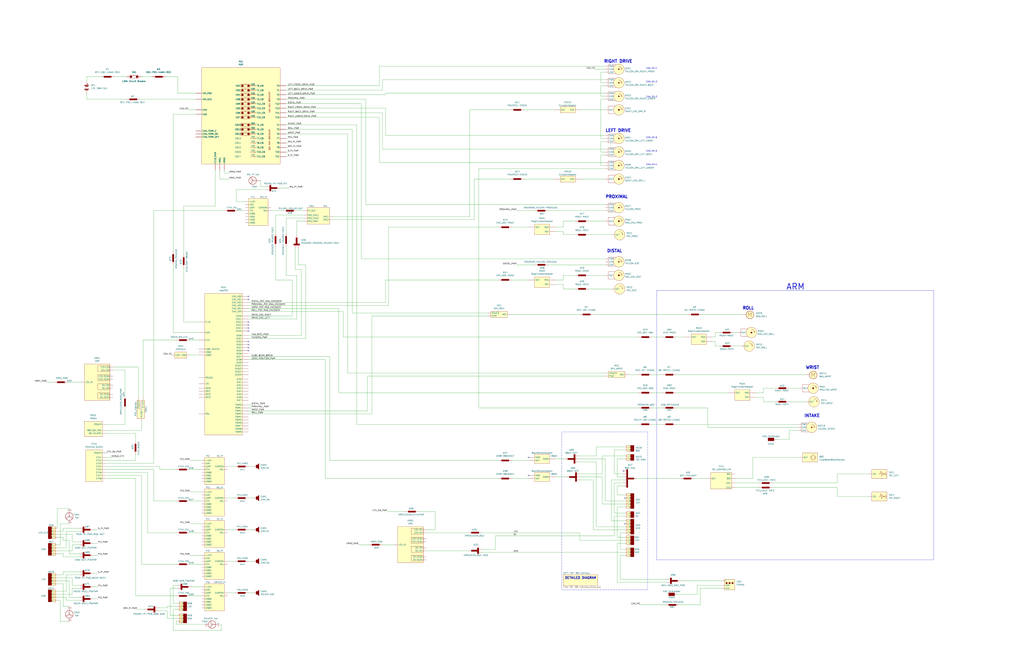
<source format=kicad_sch>
(kicad_sch (version 20230121) (generator eeschema)
  (paper "D")
  (title_block (title "2023 FRC971 Robot") (date "2023-02-25") (rev "1") (company "971 Spartan Robotics"))
  (no_connect (at 445.77 401.32))
  (no_connect (at 527.05 441.96))
  (no_connect (at 209.55 271.78))
  (no_connect (at 209.55 276.86))
  (no_connect (at 209.55 288.29))
  (no_connect (at 209.55 290.83))
  (no_connect (at 525.78 397.51))
  (no_connect (at 209.55 274.32))
  (no_connect (at 209.55 279.4))
  (no_connect (at 209.55 252.73))
  (no_connect (at 445.77 386.08))
  (no_connect (at 209.55 293.37))
  (no_connect (at 209.55 295.91))
  (no_connect (at 527.05 420.37))
  (no_connect (at 209.55 250.19))
  (wire (pts (xy 508 425.45) (xy 508 402.59)))
  (wire (pts (xy 523.24 463.55) (xy 527.05 463.55)))
  (wire (pts (xy 209.55 447.04) (xy 213.36 447.04)))
  (wire (pts (xy 209.55 257.81) (xy 327.66 257.81)))
  (wire (pts (xy 732.79 419.1) (xy 706.12 419.1)))
  (wire (pts (xy 228.6 177.8) (xy 238.76 177.8)))
  (wire (pts (xy 191.77 447.04) (xy 198.12 447.04)))
  (wire (pts (xy 673.1 360.68) (xy 596.9 360.68)))
  (wire (pts (xy 241.3 124.46) (xy 242.57 124.46)))
  (wire (pts (xy 250.19 232.41) (xy 250.19 269.24)))
  (wire (pts (xy 325.12 80.01) (xy 325.12 78.74)))
  (wire (pts (xy 654.05 327.66) (xy 643.89 327.66)))
  (wire (pts (xy 665.48 339.09) (xy 679.45 339.09)))
  (wire (pts (xy 488.95 405.13) (xy 500.38 405.13)))
  (wire (pts (xy 139.7 64.77) (xy 149.86 64.77)))
  (wire (pts (xy 510.54 83.82) (xy 506.73 83.82)))
  (wire (pts (xy 146.05 532.13) (xy 146.05 514.35)))
  (wire (pts (xy 119.38 355.6) (xy 119.38 363.22)))
  (wire (pts (xy 143.51 519.43) (xy 143.51 496.57)))
  (wire (pts (xy 120.65 287.02) (xy 120.65 335.28)))
  (wire (pts (xy 462.28 177.8) (xy 510.54 177.8)))
  (wire (pts (xy 527.05 384.81) (xy 508 384.81)))
  (wire (pts (xy 119.38 64.77) (xy 128.27 64.77)))
  (wire (pts (xy 435.61 177.8) (xy 450.85 177.8)))
  (wire (pts (xy 293.37 113.03) (xy 241.3 113.03)))
  (wire (pts (xy 191.77 393.7) (xy 198.12 393.7)))
  (wire (pts (xy 325.12 114.3) (xy 510.54 114.3)))
  (wire (pts (xy 320.04 99.06) (xy 241.3 99.06)))
  (wire (pts (xy 485.14 232.41) (xy 474.98 232.41)))
  (wire (pts (xy 105.41 358.14) (xy 88.9 358.14)))
  (wire (pts (xy 209.55 346.71) (xy 309.88 346.71)))
  (wire (pts (xy 133.35 513.08) (xy 140.97 513.08)))
  (wire (pts (xy 520.7 402.59) (xy 525.78 402.59)))
  (wire (pts (xy 114.3 383.54) (xy 114.3 388.62)))
  (wire (pts (xy 289.56 284.48) (xy 538.48 284.48)))
  (wire (pts (xy 149.86 509.27) (xy 146.05 509.27)))
  (wire (pts (xy 133.35 515.62) (xy 140.97 515.62)))
  (wire (pts (xy 603.25 292.1) (xy 603.25 288.29)))
  (wire (pts (xy 148.59 476.25) (xy 119.38 476.25)))
  (wire (pts (xy 186.69 527.05) (xy 186.69 532.13)))
  (wire (pts (xy 527.05 377.19) (xy 502.92 377.19)))
  (wire (pts (xy 520.7 427.99) (xy 520.7 453.39)))
  (wire (pts (xy 706.12 411.48) (xy 651.51 411.48)))
  (wire (pts (xy 406.4 466.09) (xy 527.05 466.09)))
  (wire (pts (xy 510.54 60.96) (xy 506.73 60.96)))
  (wire (pts (xy 474.98 186.69) (xy 474.98 191.77)))
  (wire (pts (xy 510.54 218.44) (xy 304.8 218.44)))
  (wire (pts (xy 257.81 285.75) (xy 209.55 285.75)))
  (wire (pts (xy 538.48 331.47) (xy 285.75 331.47)))
  (wire (pts (xy 78.74 495.3) (xy 82.55 495.3)))
  (wire (pts (xy 55.88 462.28) (xy 48.26 462.28)))
  (wire (pts (xy 67.31 494.03) (xy 60.96 494.03)))
  (wire (pts (xy 441.96 92.71) (xy 467.36 92.71)))
  (wire (pts (xy 154.94 173.99) (xy 154.94 214.63)))
  (wire (pts (xy 596.9 360.68) (xy 596.9 344.17)))
  (wire (pts (xy 55.88 485.14) (xy 55.88 499.11)))
  (wire (pts (xy 515.62 243.84) (xy 496.57 243.84)))
  (wire (pts (xy 254 283.21) (xy 209.55 283.21)))
  (wire (pts (xy 313.69 266.7) (xy 411.48 266.7)))
  (wire (pts (xy 209.55 341.63) (xy 212.09 341.63)))
  (wire (pts (xy 320.04 137.16) (xy 320.04 99.06)))
  (wire (pts (xy 411.48 264.16) (xy 297.18 264.16)))
  (wire (pts (xy 515.62 439.42) (xy 527.05 439.42)))
  (wire (pts (xy 313.69 266.7) (xy 313.69 349.25)))
  (wire (pts (xy 525.78 410.21) (xy 520.7 410.21)))
  (wire (pts (xy 160.02 441.96) (xy 170.18 441.96)))
  (wire (pts (xy 417.83 452.12) (xy 518.16 452.12)))
  (wire (pts (xy 510.54 67.31) (xy 322.58 67.31)))
  (wire (pts (xy 525.78 407.67) (xy 518.16 407.67)))
  (wire (pts (xy 474.98 236.22) (xy 468.63 236.22)))
  (wire (pts (xy 48.26 429.26) (xy 58.42 429.26)))
  (wire (pts (xy 124.46 398.78) (xy 124.46 449.58)))
  (wire (pts (xy 160.02 468.63) (xy 170.18 468.63)))
  (wire (pts (xy 143.51 496.57) (xy 149.86 496.57)))
  (wire (pts (xy 207.01 170.18) (xy 199.39 170.18)))
  (wire (pts (xy 320.04 55.88) (xy 320.04 72.39)))
  (wire (pts (xy 53.34 482.6) (xy 53.34 485.14)))
  (wire (pts (xy 420.37 388.62) (xy 278.13 388.62)))
  (wire (pts (xy 506.73 60.96) (xy 506.73 69.85)))
  (wire (pts (xy 148.59 524.51) (xy 148.59 527.05)))
  (wire (pts (xy 485.14 198.12) (xy 474.98 198.12)))
  (wire (pts (xy 325.12 255.27) (xy 209.55 255.27)))
  (wire (pts (xy 510.54 232.41) (xy 496.57 232.41)))
  (wire (pts (xy 60.96 494.03) (xy 60.96 487.68)))
  (wire (pts (xy 520.7 458.47) (xy 527.05 458.47)))
  (wire (pts (xy 48.26 501.65) (xy 60.96 501.65)))
  (wire (pts (xy 590.55 496.57) (xy 590.55 510.54)))
  (wire (pts (xy 367.03 431.8) (xy 367.03 447.04)))
  (wire (pts (xy 518.16 407.67) (xy 518.16 433.07)))
  (wire (pts (xy 501.65 58.42) (xy 510.54 58.42)))
  (wire (pts (xy 527.05 449.58) (xy 523.24 449.58)))
  (wire (pts (xy 115.57 514.35) (xy 121.92 514.35)))
  (wire (pts (xy 285.75 331.47) (xy 285.75 260.35)))
  (wire (pts (xy 55.88 504.19) (xy 55.88 506.73)))
  (wire (pts (xy 58.42 524.51) (xy 50.8 524.51)))
  (wire (pts (xy 241.3 128.27) (xy 242.57 128.27)))
  (wire (pts (xy 105.41 345.44) (xy 105.41 358.14)))
  (wire (pts (xy 248.92 209.55) (xy 248.92 227.33)))
  (wire (pts (xy 353.06 431.8) (xy 367.03 431.8)))
  (wire (pts (xy 527.05 425.45) (xy 508 425.45)))
  (wire (pts (xy 400.05 151.13) (xy 400.05 185.42)))
  (wire (pts (xy 120.65 287.02) (xy 148.59 287.02)))
  (wire (pts (xy 325.12 236.22) (xy 325.12 255.27)))
  (wire (pts (xy 603.25 288.29) (xy 600.71 288.29)))
  (wire (pts (xy 445.77 388.62) (xy 431.8 388.62)))
  (wire (pts (xy 430.53 151.13) (xy 400.05 151.13)))
  (wire (pts (xy 500.38 265.43) (xy 580.39 265.43)))
  (wire (pts (xy 181.61 143.51) (xy 181.61 173.99)))
  (wire (pts (xy 308.61 172.72) (xy 308.61 83.82)))
  (wire (pts (xy 326.39 431.8) (xy 341.63 431.8)))
  (wire (pts (xy 48.26 445.77) (xy 48.26 429.26)))
  (wire (pts (xy 643.89 331.47) (xy 637.54 331.47)))
  (wire (pts (xy 48.26 492.76) (xy 53.34 492.76)))
  (wire (pts (xy 160.02 388.62) (xy 170.18 388.62)))
  (wire (pts (xy 406.4 449.58) (xy 488.95 449.58)))
  (wire (pts (xy 445.77 403.86) (xy 431.8 403.86)))
  (wire (pts (xy 549.91 316.23) (xy 558.8 316.23)))
  (wire (pts (xy 590.55 510.54) (xy 572.77 510.54)))
  (wire (pts (xy 508 384.81) (xy 508 400.05)))
  (wire (pts (xy 474.98 232.41) (xy 474.98 236.22)))
  (wire (pts (xy 60.96 459.74) (xy 60.96 464.82)))
  (wire (pts (xy 232.41 208.28) (xy 232.41 236.22)))
  (wire (pts (xy 520.7 387.35) (xy 520.7 402.59)))
  (wire (pts (xy 146.05 280.67) (xy 167.64 280.67)))
  (wire (pts (xy 462.28 223.52) (xy 510.54 223.52)))
  (wire (pts (xy 302.26 459.74) (xy 311.15 459.74)))
  (wire (pts (xy 570.23 358.14) (xy 673.1 358.14)))
  (wire (pts (xy 523.24 468.63) (xy 527.05 468.63)))
  (wire (pts (xy 322.58 67.31) (xy 322.58 76.2)))
  (wire (pts (xy 119.38 476.25) (xy 119.38 401.32)))
  (wire (pts (xy 518.16 400.05) (xy 518.16 379.73)))
  (wire (pts (xy 191.77 500.38) (xy 198.12 500.38)))
  (wire (pts (xy 510.54 422.91) (xy 510.54 387.35)))
  (wire (pts (xy 297.18 109.22) (xy 241.3 109.22)))
  (wire (pts (xy 53.34 445.77) (xy 53.34 448.31)))
  (wire (pts (xy 241.3 80.01) (xy 325.12 80.01)))
  (wire (pts (xy 207.01 177.8) (xy 200.66 177.8)))
  (wire (pts (xy 674.37 327.66) (xy 665.48 327.66)))
  (wire (pts (xy 468.63 195.58) (xy 474.98 195.58)))
  (wire (pts (xy 53.34 467.36) (xy 53.34 469.9)))
  (wire (pts (xy 603.25 280.67) (xy 603.25 284.48)))
  (wire (pts (xy 674.37 386.08) (xy 635 386.08)))
  (wire (pts (xy 285.75 260.35) (xy 209.55 260.35)))
  (wire (pts (xy 523.24 449.58) (xy 523.24 463.55)))
  (wire (pts (xy 665.48 363.22) (xy 665.48 370.84)))
  (wire (pts (xy 468.63 191.77) (xy 474.98 191.77)))
  (wire (pts (xy 48.26 467.36) (xy 53.34 467.36)))
  (wire (pts (xy 246.38 266.7) (xy 246.38 236.22)))
  (wire (pts (xy 170.18 449.58) (xy 160.02 449.58)))
  (wire (pts (xy 322.58 125.73) (xy 322.58 95.25)))
  (wire (pts (xy 241.3 232.41) (xy 250.19 232.41)))
  (wire (pts (xy 430.53 265.43) (xy 488.95 265.43)))
  (wire (pts (xy 53.34 448.31) (xy 48.26 448.31)))
  (wire (pts (xy 508 400.05) (xy 488.95 400.05)))
  (wire (pts (xy 53.34 482.6) (xy 67.31 482.6)))
  (wire (pts (xy 441.96 151.13) (xy 467.36 151.13)))
  (wire (pts (xy 146.05 212.09) (xy 146.05 96.52)))
  (wire (pts (xy 320.04 72.39) (xy 241.3 72.39)))
  (wire (pts (xy 67.31 448.31) (xy 55.88 448.31)))
  (wire (pts (xy 359.41 449.58) (xy 394.97 449.58)))
  (wire (pts (xy 73.025 83.82) (xy 73.025 78.74)))
  (wire (pts (xy 134.62 396.24) (xy 134.62 393.7)))
  (wire (pts (xy 510.54 72.39) (xy 506.73 72.39)))
  (wire (pts (xy 256.54 181.61) (xy 232.41 181.61)))
  (wire (pts (xy 140.97 511.81) (xy 149.86 511.81)))
  (wire (pts (xy 82.55 447.04) (xy 78.74 447.04)))
  (wire (pts (xy 280.67 182.88) (xy 396.24 182.88)))
  (wire (pts (xy 193.04 146.05) (xy 189.23 146.05)))
  (wire (pts (xy 325.12 114.3) (xy 325.12 91.44)))
  (wire (pts (xy 209.55 344.17) (xy 212.09 344.17)))
  (wire (pts (xy 400.05 185.42) (xy 280.67 185.42)))
  (wire (pts (xy 485.14 186.69) (xy 474.98 186.69)))
  (wire (pts (xy 527.05 447.04) (xy 500.38 447.04)))
  (wire (pts (xy 562.61 491.49) (xy 520.7 491.49)))
  (wire (pts (xy 119.38 363.22) (xy 88.9 363.22)))
  (wire (pts (xy 57.15 322.58) (xy 68.58 322.58)))
  (wire (pts (xy 308.61 83.82) (xy 241.3 83.82)))
  (wire (pts (xy 474.98 240.03) (xy 468.63 240.03)))
  (wire (pts (xy 73.025 64.77) (xy 85.09 64.77)))
  (wire (pts (xy 149.86 78.74) (xy 149.86 64.77)))
  (wire (pts (xy 58.42 504.19) (xy 58.42 490.22)))
  (wire (pts (xy 60.96 457.2) (xy 60.96 450.85)))
  (wire (pts (xy 520.7 453.39) (xy 527.05 453.39)))
  (wire (pts (xy 445.77 191.77) (xy 431.8 191.77)))
  (wire (pts (xy 527.05 444.5) (xy 502.92 444.5)))
  (wire (pts (xy 251.46 209.55) (xy 251.46 223.52)))
  (wire (pts (xy 48.26 450.85) (xy 60.96 450.85)))
  (wire (pts (xy 114.3 502.92) (xy 114.3 403.86)))
  (wire (pts (xy 591.82 265.43) (xy 626.11 265.43)))
  (wire (pts (xy 106.68 83.82) (xy 73.025 83.82)))
  (wire (pts (xy 67.31 457.2) (xy 60.96 457.2)))
  (wire (pts (xy 48.26 490.22) (xy 58.42 490.22)))
  (wire (pts (xy 241.3 208.28) (xy 241.3 232.41)))
  (wire (pts (xy 520.7 410.21) (xy 520.7 417.83)))
  (wire (pts (xy 93.98 386.08) (xy 88.9 386.08)))
  (wire (pts (xy 149.86 524.51) (xy 148.59 524.51)))
  (wire (pts (xy 48.26 487.68) (xy 60.96 487.68)))
  (wire (pts (xy 48.26 464.82) (xy 60.96 464.82)))
  (wire (pts (xy 199.39 170.18) (xy 199.39 160.02)))
  (wire (pts (xy 148.59 502.92) (xy 114.3 502.92)))
  (wire (pts (xy 506.73 139.7) (xy 510.54 139.7)))
  (wire (pts (xy 140.97 515.62) (xy 140.97 521.97)))
  (wire (pts (xy 209.55 262.89) (xy 289.56 262.89)))
  (wire (pts (xy 558.8 284.48) (xy 549.91 284.48)))
  (wire (pts (xy 50.8 506.73) (xy 48.26 506.73)))
  (wire (pts (xy 607.06 280.67) (xy 603.25 280.67)))
  (wire (pts (xy 167.64 287.02) (xy 160.02 287.02)))
  (wire (pts (xy 246.38 236.22) (xy 232.41 236.22)))
  (wire (pts (xy 403.86 344.17) (xy 403.86 142.24)))
  (wire (pts (xy 170.18 422.91) (xy 160.02 422.91)))
  (wire (pts (xy 67.31 485.14) (xy 55.88 485.14)))
  (wire (pts (xy 236.22 158.75) (xy 243.84 158.75)))
  (wire (pts (xy 274.32 403.86) (xy 274.32 303.53)))
  (wire (pts (xy 88.9 365.76) (xy 114.3 365.76)))
  (wire (pts (xy 506.73 116.84) (xy 510.54 116.84)))
  (wire (pts (xy 304.8 218.44) (xy 304.8 87.63)))
  (wire (pts (xy 527.05 422.91) (xy 510.54 422.91)))
  (wire (pts (xy 635 403.86) (xy 619.76 403.86)))
  (wire (pts (xy 506.73 128.27) (xy 510.54 128.27)))
  (wire (pts (xy 78.74 458.47) (xy 82.55 458.47)))
  (wire (pts (xy 539.75 510.54) (xy 561.34 510.54)))
  (wire (pts (xy 651.51 407.67) (xy 706.12 407.67)))
  (wire (pts (xy 502.92 444.5) (xy 502.92 389.89)))
  (wire (pts (xy 510.54 130.81) (xy 506.73 130.81)))
  (wire (pts (xy 53.34 469.9) (xy 67.31 469.9)))
  (wire (pts (xy 508 402.59) (xy 488.95 402.59)))
  (wire (pts (xy 488.95 455.93) (xy 488.95 449.58)))
  (wire (pts (xy 256.54 186.69) (xy 250.19 186.69)))
  (wire (pts (xy 278.13 388.62) (xy 278.13 300.99)))
  (wire (pts (xy 640.08 411.48) (xy 619.76 411.48)))
  (wire (pts (xy 506.73 72.39) (xy 506.73 81.28)))
  (wire (pts (xy 706.12 419.1) (xy 706.12 411.48)))
  (wire (pts (xy 88.9 391.16) (xy 129.54 391.16)))
  (wire (pts (xy 90.17 382.27) (xy 88.9 382.27)))
  (wire (pts (xy 186.69 532.13) (xy 146.05 532.13)))
  (wire (pts (xy 420.37 191.77) (xy 327.66 191.77)))
  (wire (pts (xy 596.9 344.17) (xy 570.23 344.17)))
  (polyline (pts (xy 787.4 245.11) (xy 787.4 472.44)))
  (wire (pts (xy 189.23 146.05) (xy 189.23 143.51)))
  (wire (pts (xy 185.42 151.13) (xy 193.04 151.13)))
  (wire (pts (xy 160.02 415.29) (xy 170.18 415.29)))
  (wire (pts (xy 191.77 473.71) (xy 198.12 473.71)))
  (wire (pts (xy 518.16 435.61) (xy 518.16 452.12)))
  (wire (pts (xy 149.86 519.43) (xy 143.51 519.43)))
  (wire (pts (xy 88.9 398.78) (xy 124.46 398.78)))
  (wire (pts (xy 527.05 455.93) (xy 488.95 455.93)))
  (wire (pts (xy 148.59 396.24) (xy 134.62 396.24)))
  (wire (pts (xy 322.58 76.2) (xy 241.3 76.2)))
  (wire (pts (xy 325.12 78.74) (xy 510.54 78.74)))
  (wire (pts (xy 209.55 349.25) (xy 313.69 349.25)))
  (wire (pts (xy 254 227.33) (xy 254 283.21)))
  (wire (pts (xy 60.96 496.57) (xy 60.96 501.65)))
  (wire (pts (xy 67.31 504.19) (xy 58.42 504.19)))
  (wire (pts (xy 161.29 495.3) (xy 170.18 495.3)))
  (wire (pts (xy 248.92 227.33) (xy 254 227.33)))
  (wire (pts (xy 614.68 331.47) (xy 570.23 331.47)))
  (wire (pts (xy 510.54 137.16) (xy 320.04 137.16)))
  (wire (pts (xy 502.92 389.89) (xy 487.68 389.89)))
  (wire (pts (xy 146.05 509.27) (xy 146.05 494.03)))
  (wire (pts (xy 50.8 441.96) (xy 50.8 459.74)))
  (wire (pts (xy 474.98 198.12) (xy 474.98 195.58)))
  (wire (pts (xy 618.49 280.67) (xy 622.3 280.67)))
  (wire (pts (xy 585.47 403.86) (xy 596.9 403.86)))
  (wire (pts (xy 435.61 223.52) (xy 450.85 223.52)))
  (wire (pts (xy 468.63 387.35) (xy 476.25 387.35)))
  (wire (pts (xy 149.86 78.74) (xy 165.1 78.74)))
  (wire (pts (xy 510.54 55.88) (xy 320.04 55.88)))
  (wire (pts (xy 148.59 527.05) (xy 172.72 527.05)))
  (wire (pts (xy 403.86 142.24) (xy 510.54 142.24)))
  (wire (pts (xy 293.37 314.96) (xy 293.37 113.03)))
  (wire (pts (xy 154.94 271.78) (xy 167.64 271.78)))
  (wire (pts (xy 430.53 92.71) (xy 396.24 92.71)))
  (wire (pts (xy 309.88 317.5) (xy 309.88 346.71)))
  (wire (pts (xy 607.06 292.1) (xy 603.25 292.1)))
  (wire (pts (xy 118.11 83.82) (xy 165.1 83.82)))
  (wire (pts (xy 53.34 445.77) (xy 67.31 445.77)))
  (wire (pts (xy 640.08 407.67) (xy 619.76 407.67)))
  (wire (pts (xy 50.8 459.74) (xy 48.26 459.74)))
  (wire (pts (xy 520.7 491.49) (xy 520.7 458.47)))
  (wire (pts (xy 359.41 447.04) (xy 367.03 447.04)))
  (wire (pts (xy 327.66 191.77) (xy 327.66 257.81)))
  (wire (pts (xy 189.23 177.8) (xy 129.54 177.8)))
  (wire (pts (xy 274.32 303.53) (xy 209.55 303.53)))
  (wire (pts (xy 643.89 327.66) (xy 643.89 331.47)))
  (wire (pts (xy 250.19 186.69) (xy 250.19 198.12)))
  (wire (pts (xy 468.63 402.59) (xy 477.52 402.59)))
  (wire (pts (xy 199.39 160.02) (xy 224.79 160.02)))
  (wire (pts (xy 53.34 511.81) (xy 53.34 492.76)))
  (wire (pts (xy 242.57 120.65) (xy 241.3 120.65)))
  (polyline (pts (xy 553.72 245.11) (xy 553.72 472.44)))
  (wire (pts (xy 67.31 467.36) (xy 58.42 467.36)))
  (wire (pts (xy 420.37 236.22) (xy 325.12 236.22)))
  (wire (pts (xy 445.77 236.22) (xy 431.8 236.22)))
  (wire (pts (xy 510.54 186.69) (xy 496.57 186.69)))
  (wire (pts (xy 396.24 182.88) (xy 396.24 92.71)))
  (wire (pts (xy 562.61 488.95) (xy 523.24 488.95)))
  (wire (pts (xy 58.42 511.81) (xy 53.34 511.81)))
  (wire (pts (xy 518.16 379.73) (xy 527.05 379.73)))
  (wire (pts (xy 251.46 223.52) (xy 257.81 223.52)))
  (wire (pts (xy 209.55 393.7) (xy 213.36 393.7)))
  (wire (pts (xy 289.56 284.48) (xy 289.56 262.89)))
  (wire (pts (xy 635 386.08) (xy 635 403.86)))
  (wire (pts (xy 95.25 312.42) (xy 105.41 312.42)))
  (wire (pts (xy 58.42 441.96) (xy 50.8 441.96)))
  (wire (pts (xy 82.55 483.87) (xy 78.74 483.87)))
  (wire (pts (xy 523.24 468.63) (xy 523.24 488.95)))
  (wire (pts (xy 655.32 370.84) (xy 665.48 370.84)))
  (wire (pts (xy 67.31 496.57) (xy 60.96 496.57)))
  (wire (pts (xy 529.59 316.23) (xy 538.48 316.23)))
  (wire (pts (xy 673.1 363.22) (xy 665.48 363.22)))
  (wire (pts (xy 322.58 459.74) (xy 332.74 459.74)))
  (wire (pts (xy 129.54 177.8) (xy 129.54 391.16)))
  (wire (pts (xy 506.73 83.82) (xy 506.73 116.84)))
  (wire (pts (xy 549.91 358.14) (xy 558.8 358.14)))
  (wire (pts (xy 406.4 463.55) (xy 417.83 463.55)))
  (wire (pts (xy 537.21 403.86) (xy 574.04 403.86)))
  (wire (pts (xy 53.34 485.14) (xy 48.26 485.14)))
  (wire (pts (xy 140.97 513.08) (xy 140.97 511.81)))
  (wire (pts (xy 558.8 331.47) (xy 549.91 331.47)))
  (wire (pts (xy 527.05 387.35) (xy 520.7 387.35)))
  (wire (pts (xy 78.74 505.46) (xy 82.55 505.46)))
  (wire (pts (xy 78.74 468.63) (xy 82.55 468.63)))
  (wire (pts (xy 588.01 501.65) (xy 571.5 501.65)))
  (wire (pts (xy 502.92 377.19) (xy 502.92 384.81)))
  (wire (pts (xy 570.23 316.23) (xy 679.45 316.23)))
  (wire (pts (xy 250.19 269.24) (xy 209.55 269.24)))
  (wire (pts (xy 510.54 125.73) (xy 322.58 125.73)))
  (wire (pts (xy 549.91 344.17) (xy 558.8 344.17)))
  (wire (pts (xy 232.41 181.61) (xy 232.41 196.85)))
  (wire (pts (xy 574.04 490.22) (xy 608.33 490.22)))
  (wire (pts (xy 525.78 405.13) (xy 515.62 405.13)))
  (polyline (pts (xy 553.72 472.44) (xy 787.4 472.44)))
  (wire (pts (xy 506.73 81.28) (xy 510.54 81.28)))
  (wire (pts (xy 608.33 496.57) (xy 590.55 496.57)))
  (wire (pts (xy 490.22 151.13) (xy 510.54 151.13)))
  (wire (pts (xy 577.85 284.48) (xy 570.23 284.48)))
  (wire (pts (xy 506.73 119.38) (xy 506.73 128.27)))
  (wire (pts (xy 88.9 388.62) (xy 114.3 388.62)))
  (wire (pts (xy 154.94 226.06) (xy 154.94 271.78)))
  (wire (pts (xy 297.18 264.16) (xy 297.18 109.22)))
  (wire (pts (xy 224.79 157.48) (xy 219.71 157.48)))
  (wire (pts (xy 53.34 453.39) (xy 53.34 455.93)))
  (wire (pts (xy 588.01 494.03) (xy 588.01 501.65)))
  (wire (pts (xy 219.71 157.48) (xy 219.71 152.4)))
  (wire (pts (xy 643.89 335.28) (xy 643.89 339.09)))
  (wire (pts (xy 527.05 427.99) (xy 520.7 427.99)))
  (wire (pts (xy 250.19 177.8) (xy 256.54 177.8)))
  (wire (pts (xy 304.8 87.63) (xy 241.3 87.63)))
  (wire (pts (xy 58.42 467.36) (xy 58.42 455.93)))
  (wire (pts (xy 39.37 322.58) (xy 45.72 322.58)))
  (wire (pts (xy 170.18 476.25) (xy 160.02 476.25)))
  (wire (pts (xy 146.05 96.52) (xy 165.1 96.52)))
  (wire (pts (xy 643.89 339.09) (xy 654.05 339.09)))
  (wire (pts (xy 148.59 449.58) (xy 124.46 449.58)))
  (wire (pts (xy 506.73 130.81) (xy 506.73 139.7)))
  (wire (pts (xy 88.9 393.7) (xy 134.62 393.7)))
  (wire (pts (xy 48.26 504.19) (xy 55.88 504.19)))
  (wire (pts (xy 88.9 403.86) (xy 114.3 403.86)))
  (wire (pts (xy 637.54 335.28) (xy 643.89 335.28)))
  (wire (pts (xy 160.02 299.72) (xy 167.64 299.72)))
  (wire (pts (xy 500.38 447.04) (xy 500.38 405.13)))
  (wire (pts (xy 515.62 405.13) (xy 515.62 439.42)))
  (wire (pts (xy 146.05 514.35) (xy 149.86 514.35)))
  (wire (pts (xy 209.55 473.71) (xy 213.36 473.71)))
  (wire (pts (xy 185.42 143.51) (xy 185.42 151.13)))
  (wire (pts (xy 527.05 435.61) (xy 518.16 435.61)))
  (wire (pts (xy 55.88 499.11) (xy 48.26 499.11)))
  (wire (pts (xy 146.05 494.03) (xy 149.86 494.03)))
  (wire (pts (xy 181.61 173.99) (xy 154.94 173.99)))
  (wire (pts (xy 96.52 64.77) (xy 106.68 64.77)))
  (wire (pts (xy 158.75 92.71) (xy 165.1 92.71)))
  (wire (pts (xy 300.99 358.14) (xy 538.48 358.14)))
  (wire (pts (xy 325.12 91.44) (xy 241.3 91.44)))
  (wire (pts (xy 417.83 463.55) (xy 417.83 452.12)))
  (wire (pts (xy 322.58 95.25) (xy 241.3 95.25)))
  (wire (pts (xy 518.16 433.07) (xy 527.05 433.07)))
  (wire (pts (xy 490.22 92.71) (xy 510.54 92.71)))
  (wire (pts (xy 520.7 417.83) (xy 527.05 417.83)))
  (wire (pts (xy 309.88 317.5) (xy 510.54 317.5)))
  (wire (pts (xy 515.62 198.12) (xy 496.57 198.12)))
  (wire (pts (xy 506.73 69.85) (xy 510.54 69.85)))
  (wire (pts (xy 300.99 105.41) (xy 241.3 105.41)))
  (wire (pts (xy 706.12 400.05) (xy 706.12 407.67)))
  (wire (pts (xy 129.54 396.24) (xy 129.54 422.91)))
  (wire (pts (xy 300.99 358.14) (xy 300.99 105.41)))
  (wire (pts (xy 588.01 494.03) (xy 608.33 494.03)))
  (wire (pts (xy 114.3 365.76) (xy 114.3 372.11)))
  (wire (pts (xy 278.13 300.99) (xy 209.55 300.99)))
  (wire (pts (xy 140.97 521.97) (xy 149.86 521.97)))
  (wire (pts (xy 510.54 172.72) (xy 308.61 172.72)))
  (wire (pts (xy 525.78 400.05) (xy 518.16 400.05)))
  (wire (pts (xy 148.59 422.91) (xy 129.54 422.91)))
  (wire (pts (xy 209.55 266.7) (xy 246.38 266.7)))
  (wire (pts (xy 603.25 284.48) (xy 600.71 284.48)))
  (wire (pts (xy 474.98 243.84) (xy 474.98 240.03)))
  (wire (pts (xy 420.37 403.86) (xy 274.32 403.86)))
  (wire (pts (xy 185.42 527.05) (xy 186.69 527.05)))
  (wire (pts (xy 618.49 292.1) (xy 624.84 292.1)))
  (wire (pts (xy 257.81 223.52) (xy 257.81 285.75)))
  (wire (pts (xy 241.3 116.84) (xy 242.57 116.84)))
  (wire (pts (xy 73.025 68.58) (xy 73.025 64.77)))
  (wire (pts (xy 67.31 459.74) (xy 60.96 459.74)))
  (wire (pts (xy 510.54 119.38) (xy 506.73 119.38)))
  (wire (pts (xy 170.18 396.24) (xy 160.02 396.24)))
  (polyline (pts (xy 553.72 245.11) (xy 787.4 245.11)))
  (wire (pts (xy 53.34 453.39) (xy 48.26 453.39)))
  (wire (pts (xy 116.84 309.88) (xy 95.25 309.88)))
  (wire (pts (xy 55.88 506.73) (xy 67.31 506.73)))
  (wire (pts (xy 191.77 420.37) (xy 198.12 420.37)))
  (wire (pts (xy 170.18 502.92) (xy 160.02 502.92)))
  (wire (pts (xy 485.14 243.84) (xy 474.98 243.84)))
  (wire (pts (xy 538.48 344.17) (xy 403.86 344.17)))
  (wire (pts (xy 256.54 184.15) (xy 241.3 184.15)))
  (wire (pts (xy 502.92 384.81) (xy 487.68 384.81)))
  (wire (pts (xy 209.55 420.37) (xy 213.36 420.37)))
  (wire (pts (xy 359.41 464.82) (xy 394.97 464.82)))
  (wire (pts (xy 105.41 312.42) (xy 105.41 334.01)))
  (wire (pts (xy 510.54 387.35) (xy 487.68 387.35)))
  (wire (pts (xy 55.88 448.31) (xy 55.88 462.28)))
  (wire (pts (xy 241.3 132.08) (xy 242.57 132.08)))
  (wire (pts (xy 53.34 455.93) (xy 58.42 455.93)))
  (wire (pts (xy 732.79 400.05) (xy 706.12 400.05)))
  (wire (pts (xy 510.54 314.96) (xy 293.37 314.96)))
  (wire (pts (xy 146.05 280.67) (xy 146.05 223.52)))
  (wire (pts (xy 241.3 184.15) (xy 241.3 196.85)))
  (wire (pts (xy 209.55 500.38) (xy 213.36 500.38)))
  (wire (pts (xy 88.9 401.32) (xy 119.38 401.32)))
  (wire (pts (xy 116.84 335.28) (xy 116.84 309.88)))
  (wire (pts (xy 88.9 396.24) (xy 129.54 396.24)))
  (wire (pts (xy 50.8 524.51) (xy 50.8 506.73)))
  (rectangle (start 473.71 364.49) (end 546.1 497.84) (stroke (width 0) (type dash)))
  (text "DETAILED DIAGRAM" (at 476.25 488.95 0) (effects (font (size 1.905 1.905) (thickness 0.381) bold) (justify left bottom)))
  (text "CAN_ID=1" (at 544.83 58.42 0) (effects (font (size 1.27 1.27)) (justify left bottom)))
  (text "CAN_ID=2" (at 544.83 69.85 0) (effects (font (size 1.27 1.27)) (justify left bottom)))
  (text "ARM" (at 662.94 245.11 0) (effects (font (size 5.08 5.08) (thickness 0.508) bold) (justify left bottom)))
  (text "RIGHT DRIVE" (at 509.27 53.34 0) (effects (font (size 2.54 2.54) (thickness 0.508) bold) (justify left bottom)))
  (text "CAN_ID=4" (at 544.83 139.7 0) (effects (font (size 1.27 1.27)) (justify left bottom)))
  (text "ROLL" (at 626.11 261.62 0) (effects (font (size 2.54 2.54) (thickness 0.508) bold) (justify left bottom)))
  (text "PROXIMAL" (at 510.54 167.64 0) (effects (font (size 2.54 2.54) (thickness 0.508) bold) (justify left bottom)))
  (text "INTAKE" (at 678.18 352.425 0) (effects (font (size 2.54 2.54) (thickness 0.508) bold) (justify left bottom)))
  (text "CAN_ID=6" (at 544.83 116.84 0) (effects (font (size 1.27 1.27)) (justify left bottom)))
  (text "LEFT DRIVE" (at 510.54 111.76 0) (effects (font (size 2.54 2.54) (thickness 0.508) bold) (justify left bottom)))
  (text "CAN_ID=3" (at 544.83 82.55 0) (effects (font (size 1.27 1.27)) (justify left bottom)))
  (text "CAN_ID=5" (at 544.83 128.27 0) (effects (font (size 1.27 1.27)) (justify left bottom)))
  (text "WRIST" (at 679.45 311.785 0) (effects (font (size 2.54 2.54) (thickness 0.508) bold) (justify left bottom)))
  (text "DISTAL" (at 511.81 213.36 0) (effects (font (size 2.54 2.54) (thickness 0.508) bold) (justify left bottom)))
  (label "DRV_PI_PWR" (at 242.57 124.46 0))
  (label "5V" (at 433.07 452.12 0))
  (label "VRM1_PWR" (at 193.04 151.13 0))
  (label "ROLL_PWM" (at 212.09 349.25 0))
  (label "DISTAL_POT_MAG_ENCODER" (at 212.09 255.27 0))
  (label "LEFT_FRONT_DRIVE_PWR" (at 242.57 72.39 0))
  (label "PSU_PWR" (at 242.57 116.84 0))
  (label "HEADING_PWM" (at 212.09 285.75 0))
  (label "PROXIMAL_PWM" (at 435.61 177.8 180))
  (label "VRM1_PWR" (at 39.37 322.58 180))
  (label "DRIVE_ENC_RIGHT" (at 212.09 266.7 0))
  (label "PI5_PWR" (at 82.55 505.46 0))
  (label "IMU_PI_PWR" (at 243.84 158.75 0))
  (label "IMU_PI_PWR" (at 242.57 120.65 0))
  (label "DISTAL_PWM" (at 435.61 223.52 180))
  (label "PROXIMAL_POT_MAG_ENCODER" (at 212.09 257.81 0))
  (label "CONE_POSITION_PWM" (at 212.09 303.53 0))
  (label "RIGHT_UNDER_DRIVE_PWR" (at 242.57 99.06 0))
  (label "DRIVE_ENC_LEFT" (at 212.09 269.24 0))
  (label "ROLL_PWR" (at 242.57 109.22 0))
  (label "DEBUG_ETH" (at 93.98 386.08 0))
  (label "S_PI_PWR" (at 82.55 483.87 0))
  (label "VRM2_PWR" (at 193.04 146.05 0))
  (label "S_PI_PWR" (at 242.57 128.27 0))
  (label "CUBE_BEAM_BREAK" (at 212.09 300.99 0))
  (label "PI2_PWR" (at 82.55 458.47 0))
  (label "CAN_PD" (at 158.75 92.71 180))
  (label "DRV_PI_PWR" (at 115.57 514.35 180))
  (label "PI4_PWR" (at 82.55 495.3 0))
  (label "ROLL_POT_MAG_ENCODER" (at 212.09 262.89 0))
  (label "CAN_PD" (at 539.75 510.54 180))
  (label "LEFT_UNDER_DRIVE_PWR" (at 242.57 80.01 0))
  (label "ETH_SW_PWR" (at 90.17 382.27 0))
  (label "GND" (at 433.07 466.09 0))
  (label "LEFT_BACK_DRIVE_PWR" (at 242.57 76.2 0))
  (label "PI3_PWR" (at 82.55 468.63 0))
  (label "N_PI_PWR" (at 82.55 447.04 0))
  (label "VRM2_PWR" (at 302.26 459.74 180))
  (label "12V" (at 433.07 449.58 0))
  (label "PI4_PWR" (at 160.02 441.96 180))
  (label "WRIST_POT_MAG_ENCODER" (at 212.09 260.35 0))
  (label "INTAKE_PWR" (at 242.57 105.41 0))
  (label "CAN_FD" (at 501.65 58.42 180))
  (label "WRIST_PWR" (at 242.57 113.03 0))
  (label "N_PI_PWR" (at 242.57 132.08 0))
  (label "DISTAL_PWR" (at 242.57 87.63 0))
  (label "PROXIMAL_PWR" (at 242.57 83.82 0))
  (label "DISTAL_PWM" (at 212.09 341.63 0))
  (label "PI5_PWR" (at 160.02 468.63 180))
  (label "WRIST_PWM" (at 212.09 346.71 0))
  (label "RIGHT_BACK_DRIVE_PWR" (at 242.57 95.25 0))
  (label "PROXIMAL_PWM" (at 212.09 344.17 0))
  (label "YAW_RATE_PWM" (at 212.09 283.21 0))
  (label "RIGHT_FRONT_DRIVE_PWR" (at 242.57 91.44 0))
  (label "ETH_SW_PWR" (at 326.39 431.8 180))
  (label "PI2_PWR" (at 160.02 388.62 180))
  (label "PI3_PWR" (at 160.02 415.29 180))
  (label "CAN_FD" (at 144.78 299.72 180))
  (symbol (lib_id "SystemDiagram:Wago_2") (at 529.59 386.08 0) (unit 1)
    (property "Reference" "WG15" (at 535.94 385.445 0) (effects (justify left)))
    (property "Value" "TOF_PWM" (at 535.94 387.985 0) (effects (justify left)))
  )
  (symbol (lib_id "SystemDiagram:VRM") (at 71.12 307.34 0) (unit 1)
    (property "Reference" "VRM1" (at 81.915 302.26 0))
    (property "Value" "VRM" (at 81.915 304.8 0))
  )
  (symbol (lib_id "SystemDiagram:roboRIO") (at 172.72 247.65 0) (unit 1)
    (property "Reference" "RIO1" (at 188.595 242.57 0))
    (property "Value" "roboRIO" (at 188.595 245.11 0))
  )
  (symbol (lib_name "Cable_7") (lib_id "SystemDiagram:Cable") (at 422.91 191.77 0) (unit 1)
    (property "Reference" "W13" (at 426.085 185.42 0))
    (property "Value" "ENC_AD2-MGA1" (at 426.085 187.96 0))
    (property "Datasheet" "https://docs.google.com/spreadsheets/d/1ZajZ604jnjb0XeBJ0A2MpDWhvN4wCiO8oX1uJdVXW7E/edit#gid=362540503" (effects hide))
  )
  (symbol (lib_id "SystemDiagram:Wago_4") (at 44.45 449.58 0) (mirror y) (unit 1)
    (property "Reference" "WG6" (at 43.18 443.23 0))
    (property "Value" "12V_N_PI" (at 36.83 449.58 0))
  )
  (symbol (lib_id "SystemDiagram:CAN_Terminator") (at 652.78 370.84 0) (mirror y) (unit 1)
    (property "Reference" "CAN2" (at 650.24 374.65 0))
    (property "Value" "CAN_Terminator" (at 650.24 368.3 0))
  )
  (symbol (lib_name "Cable_7") (lib_id "SystemDiagram:Cable") (at 487.68 232.41 0) (unit 1)
    (property "Reference" "W19" (at 490.855 226.06 0))
    (property "Value" "MGA2-MAG2" (at 490.855 228.6 0))
    (property "Datasheet" "https://docs.google.com/spreadsheets/d/1ZajZ604jnjb0XeBJ0A2MpDWhvN4wCiO8oX1uJdVXW7E/edit#gid=271419092" (effects hide))
  )
  (symbol (lib_id "SystemDiagram:Falcon_Motor") (at 513.08 220.98 0) (unit 1)
    (property "Reference" "MOT8" (at 527.05 219.7099 0) (effects (justify left)))
    (property "Value" "FALCON_DIST" (at 527.05 222.2499 0) (effects (justify left)))
  )
  (symbol (lib_id "SystemDiagram:POE_Injector") (at 121.92 337.82 270) (unit 1)
    (property "Reference" "POE?" (at 123.19 342.9 0) (effects (justify left)))
    (property "Value" "POE_Injector" (at 114.3 339.09 0) (effects (justify left)))
  )
  (symbol (lib_id "SystemDiagram:Wago_3") (at 529.59 466.09 0) (unit 1)
    (property "Reference" "WG5" (at 537.21 463.55 0))
    (property "Value" "GND" (at 537.21 466.09 0))
  )
  (symbol (lib_id "SystemDiagram:Falcon_Motor") (at 513.08 69.85 0) (unit 1)
    (property "Reference" "MOT2" (at 527.05 69.215 0) (effects (justify left)))
    (property "Value" "FALCON_DRV_RIGHT_BACK" (at 527.05 71.755 0) (effects (justify left)))
  )
  (symbol (lib_id "SystemDiagram:Mag_Encoder") (at 513.08 186.69 0) (unit 1)
    (property "Reference" "MAG1" (at 527.05 185.4199 0) (effects (justify left)))
    (property "Value" "MAG_ENC_PROX" (at 527.05 187.9599 0) (effects (justify left)))
    (property "Datasheet" "https://store.ctr-electronics.com/content/user-manual/Magnetic%20Encoder%20User%27s%20Guide.pdf" (effects hide))
    (property "MFG" "CTRE" (effects hide))
    (property "MFG P/N" "SRX MAG ENCODER" (effects hide))
  )
  (symbol (lib_name "Cable_7") (lib_id "SystemDiagram:Cable") (at 567.69 344.17 180) (unit 1)
    (property "Reference" "W62" (at 564.5054 345.9177 0))
    (property "Value" "W36_MOT10:CAN" (at 565.15 341.63 0))
    (property "Datasheet" "https://docs.google.com/spreadsheets/d/1ZajZ604jnjb0XeBJ0A2MpDWhvN4wCiO8oX1uJdVXW7E/edit#gid=1430578974" (effects hide))
  )
  (symbol (lib_id "SystemDiagram:Falcon_Motor") (at 675.64 360.68 0) (unit 1)
    (property "Reference" "MOT10" (at 689.61 359.4099 0) (effects (justify left)))
    (property "Value" "FALCON_INTAKE" (at 689.61 361.9499 0) (effects (justify left)))
  )
  (symbol (lib_id "SystemDiagram:Circuit_Breaker") (at 208.28 120.65 0) (unit 1)
    (property "Reference" "CB14" (at 200.66 120.65 0))
    (property "Value" "10A" (at 213.36 119.38 0))
  )
  (symbol (lib_name "Cable_1") (lib_id "SystemDiagram:Cable") (at 582.93 265.43 0) (unit 1)
    (property "Reference" "W5" (at 585.7875 259.08 0))
    (property "Value" "W4-MOT9-14AWG" (at 585.7875 261.62 0))
    (property "Datasheet" "https://docs.google.com/spreadsheets/d/1ZajZ604jnjb0XeBJ0A2MpDWhvN4wCiO8oX1uJdVXW7E/edit#gid=476974956" (effects hide))
  )
  (symbol (lib_id "SystemDiagram:Radio") (at 86.36 355.6 0) (mirror y) (unit 1)
    (property "Reference" "RDO1" (at 78.74 350.52 0))
    (property "Value" "Radio" (at 78.74 353.06 0))
  )
  (symbol (lib_id "SystemDiagram:Mag_Encoder") (at 624.84 280.67 0) (unit 1)
    (property "Reference" "MAG3" (at 638.81 279.3999 0) (effects (justify left)))
    (property "Value" "MAG_ENC_ROLL" (at 638.81 281.9399 0) (effects (justify left)))
    (property "Datasheet" "https://store.ctr-electronics.com/content/user-manual/Magnetic%20Encoder%20User%27s%20Guide.pdf" (effects hide))
    (property "MFG" "CTRE" (effects hide))
    (property "MFG P/N" "SRX MAG ENCODER" (effects hide))
  )
  (symbol (lib_name "Cable_8") (lib_id "SystemDiagram:Cable") (at 232.41 199.39 270) (unit 1)
    (property "Reference" "W33" (at 227.33 203.2 0))
    (property "Value" "RIO:ENC0-IMU:RIO ENC1" (at 229.87 203.2 0))
    (property "Datasheet" "https://docs.google.com/spreadsheets/d/1ZajZ604jnjb0XeBJ0A2MpDWhvN4wCiO8oX1uJdVXW7E/edit#gid=1338075337" (effects hide))
  )
  (symbol (lib_name "Cable_9") (lib_id "SystemDiagram:Cable") (at 207.01 447.04 180) (unit 1)
    (property "Reference" "W43" (at 204.47 449.58 0))
    (property "Value" "PI4_CAM4" (at 204.47 444.5 0))
    (property "Datasheet" "https://docs.google.com/spreadsheets/d/1ZajZ604jnjb0XeBJ0A2MpDWhvN4wCiO8oX1uJdVXW7E/edit#gid=912249735" (effects hide))
  )
  (symbol (lib_id "SystemDiagram:Circuit_Breaker2") (at 114.3 64.77 0) (unit 1)
    (property "Reference" "CB1" (at 113.03 60.96 0))
    (property "Value" "120A Circuit Breaker" (at 113.03 68.58 0))
    (property "Datasheet" "https://www.waytekwire.com/datasheet/46960.pdf" (effects hide))
    (property "MFG" "Eaton Bussmann" (effects hide))
    (property "Field5" "185120F-01-1" (effects hide))
  )
  (symbol (lib_id "SystemDiagram:MagEncoderAdapter") (at 632.46 328.93 0) (mirror y) (unit 1)
    (property "Reference" "MGA4" (at 626.11 323.85 0))
    (property "Value" "MagEncoderAdapter" (at 626.11 326.39 0))
  )
  (symbol (lib_id "SystemDiagram:Circuit_Breaker") (at 208.28 124.46 0) (unit 1)
    (property "Reference" "CB15" (at 200.66 124.46 0))
    (property "Value" "10A" (at 213.36 123.19 0))
  )
  (symbol (lib_id "SystemDiagram:BeamBreakAdapter") (at 450.85 398.78 0) (unit 1)
    (property "Reference" "BBA3" (at 467.36 400.05 0))
    (property "Value" "BeamBreakAdapter" (at 457.2 397.51 0))
  )
  (symbol (lib_id "SystemDiagram:Circuit_Breaker") (at 208.28 116.84 0) (unit 1)
    (property "Reference" "CB13" (at 200.66 116.84 0))
    (property "Value" "30A" (at 213.36 115.57 0))
  )
  (symbol (lib_id "SystemDiagram:Wago_5") (at 530.86 421.64 0) (unit 1)
    (property "Reference" "WG2" (at 535.94 421.6399 0) (effects (justify left)))
    (property "Value" "12V" (at 535.94 424.1799 0) (effects (justify left)))
  )
  (symbol (lib_id "SystemDiagram:Camera") (at 215.9 393.7 0) (unit 1)
    (property "Reference" "CAM2" (at 219.71 392.4299 0) (effects (justify left)))
    (property "Value" "CAM_NE" (at 219.71 394.9699 0) (effects (justify left)))
  )
  (symbol (lib_name "Cable_7") (lib_id "SystemDiagram:Cable") (at 541.02 331.47 0) (unit 1)
    (property "Reference" "W16" (at 544.195 325.12 0))
    (property "Value" "ENC_AD5-W65" (at 544.195 327.66 0))
    (property "Datasheet" "https://docs.google.com/spreadsheets/d/1ZajZ604jnjb0XeBJ0A2MpDWhvN4wCiO8oX1uJdVXW7E/edit#gid=262235203" (effects hide))
  )
  (symbol (lib_name "Cable_7") (lib_id "SystemDiagram:Cable") (at 487.68 186.69 0) (unit 1)
    (property "Reference" "W17" (at 490.855 180.34 0))
    (property "Value" "MGA1-MAG1" (at 490.855 182.88 0))
    (property "Datasheet" "https://docs.google.com/spreadsheets/d/1ZajZ604jnjb0XeBJ0A2MpDWhvN4wCiO8oX1uJdVXW7E/edit#gid=604510812" (effects hide))
  )
  (symbol (lib_name "Cable_9") (lib_id "SystemDiagram:Cable") (at 207.01 420.37 180) (unit 1)
    (property "Reference" "W42" (at 204.47 422.91 0))
    (property "Value" "PI3_CAM1" (at 204.47 417.83 0))
    (property "Datasheet" "https://docs.google.com/spreadsheets/d/1ZajZ604jnjb0XeBJ0A2MpDWhvN4wCiO8oX1uJdVXW7E/edit#gid=76342561" (effects hide))
  )
  (symbol (lib_id "SystemDiagram:Falcon_Motor") (at 513.08 58.42 0) (unit 1)
    (property "Reference" "MOT1" (at 527.05 57.785 0) (effects (justify left)))
    (property "Value" "FALCON_DRV_RIGHT_FRONT" (at 527.05 60.325 0) (effects (justify left)))
  )
  (symbol (lib_name "Cable_8") (lib_id "SystemDiagram:Cable") (at 433.07 92.71 0) (unit 1)
    (property "Reference" "W11" (at 436.245 86.36 0))
    (property "Value" "IMU:ENC1-ENCA1" (at 436.245 88.9 0))
    (property "Datasheet" "https://docs.google.com/spreadsheets/d/1ZajZ604jnjb0XeBJ0A2MpDWhvN4wCiO8oX1uJdVXW7E/edit#gid=1384851846" (effects hide))
  )
  (symbol (lib_id "SystemDiagram:Cable12") (at 124.46 514.35 0) (unit 1)
    (property "Reference" "W73" (at 127 511.81 0))
    (property "Value" "PD:DRV-PI-PWR_WG8-WG9" (at 125.73 518.16 0))
    (property "Datasheet" "https://docs.google.com/spreadsheets/d/1ZajZ604jnjb0XeBJ0A2MpDWhvN4wCiO8oX1uJdVXW7E/edit#gid=530002301" (effects hide))
  )
  (symbol (lib_id "SystemDiagram:Motor_DC") (at 685.8 314.96 0) (unit 1)
    (property "Reference" "MOT11" (at 690.88 315.2139 0) (effects (justify left)))
    (property "Value" "BAG_WRIST" (at 690.88 317.7539 0) (effects (justify left)))
    (property "Datasheet" "https://www.vexrobotics.com/217-3351.html#attr-vex_drawings" (effects hide))
    (property "MFG" "VEX Robotics" (effects hide))
    (property "MFG P/N" "217-3351" (effects hide))
  )
  (symbol (lib_id "SystemDiagram:Camera") (at 215.9 473.71 0) (unit 1)
    (property "Reference" "CAM5" (at 219.71 472.4399 0) (effects (justify left)))
    (property "Value" "CAM_SW" (at 219.71 474.9799 0) (effects (justify left)))
  )
  (symbol (lib_id "SystemDiagram:BeamBreakSensor") (at 689.61 382.27 0) (mirror y) (unit 1)
    (property "Reference" "BB2" (at 690.88 385.445 0) (effects (justify right)))
    (property "Value" "CubeBeamBreakSensor" (at 690.88 387.985 0) (effects (justify right)))
  )
  (symbol (lib_id "SystemDiagram:Cable12") (at 250.19 200.66 270) (unit 1)
    (property "Reference" "W35" (at 254 202.5649 90) (effects (justify left)))
    (property "Value" "RIO:DIO0-RIO:DIO1_IMU:RIO PWM" (at 254 205.1049 90) (effects (justify left)))
    (property "Datasheet" "https://docs.google.com/spreadsheets/d/1ZajZ604jnjb0XeBJ0A2MpDWhvN4wCiO8oX1uJdVXW7E/edit#gid=1902988214" (effects hide))
  )
  (symbol (lib_id "SystemDiagram:Circuit_Breaker") (at 208.28 76.2 0) (unit 1)
    (property "Reference" "CB3" (at 200.66 76.2 0))
    (property "Value" "40A" (at 213.36 74.93 0))
  )
  (symbol (lib_id "SystemDiagram:CAN_Terminator") (at 568.96 501.65 0) (mirror y) (unit 1)
    (property "Reference" "CAN3" (at 566.42 504.19 0))
    (property "Value" "CAN_Terminator" (at 566.42 499.11 0))
  )
  (symbol (lib_name "Cable_9") (lib_id "SystemDiagram:Cable") (at 320.04 459.74 180) (unit 1)
    (property "Reference" "W25" (at 317.5 462.28 0))
    (property "Value" "VRM2_PWR" (at 317.5 457.2 0))
    (property "Datasheet" "https://docs.google.com/spreadsheets/d/1ZajZ604jnjb0XeBJ0A2MpDWhvN4wCiO8oX1uJdVXW7E/edit#gid=135177034" (effects hide))
  )
  (symbol (lib_id "SystemDiagram:Falcon_Motor") (at 513.08 139.7 0) (unit 1)
    (property "Reference" "MOT6" (at 527.05 139.065 0) (effects (justify left)))
    (property "Value" "FALCON_DRV_LEFT_UNDER" (at 527.05 141.605 0) (effects (justify left)))
  )
  (symbol (lib_name "Shaft_Encoder_1") (lib_id "SystemDiagram:Shaft_Encoder") (at 513.08 92.71 0) (unit 1)
    (property "Reference" "ENC1" (at 527.05 91.44 0) (effects (justify left)))
    (property "Value" "SHAFT_ENC_DRV_R" (at 527.05 93.98 0) (effects (justify left)))
  )
  (symbol (lib_id "SystemDiagram:Cable12") (at 76.2 495.3 0) (mirror y) (unit 1)
    (property "Reference" "W71" (at 73.66 492.76 0))
    (property "Value" "WG10-WG11_PI5:PWR" (at 72.39 499.11 0))
    (property "Datasheet" "https://docs.google.com/spreadsheets/d/1ZajZ604jnjb0XeBJ0A2MpDWhvN4wCiO8oX1uJdVXW7E/edit#gid=1274879366" (effects hide))
  )
  (symbol (lib_name "Cable_9") (lib_id "SystemDiagram:Cable") (at 114.3 381 90) (unit 1)
    (property "Reference" "W52" (at 111.76 377.19 0))
    (property "Value" "ETH1_RADIO" (at 116.84 378.46 0))
    (property "Datasheet" "https://docs.google.com/spreadsheets/d/1ZajZ604jnjb0XeBJ0A2MpDWhvN4wCiO8oX1uJdVXW7E/edit#gid=1672026719" (effects hide))
  )
  (symbol (lib_id "SystemDiagram:RockPI") (at 172.72 412.75 0) (unit 1)
    (property "Reference" "PI3" (at 175.26 411.48 0))
    (property "Value" "NW_PI" (at 185.42 411.48 0))
  )
  (symbol (lib_name "Cable_5") (lib_id "SystemDiagram:Cable") (at 561.34 358.14 0) (unit 1)
    (property "Reference" "W9" (at 564.1975 351.79 0))
    (property "Value" "W8-MOT10-14AWG" (at 564.1975 354.33 0))
    (property "Datasheet" "https://docs.google.com/spreadsheets/d/1ZajZ604jnjb0XeBJ0A2MpDWhvN4wCiO8oX1uJdVXW7E/edit#gid=1635989102" (effects hide))
  )
  (symbol (lib_id "SystemDiagram:Circuit_Breaker") (at 208.28 87.63 0) (unit 1)
    (property "Reference" "CB9" (at 200.66 87.63 0))
    (property "Value" "40A" (at 213.36 86.36 0))
  )
  (symbol (lib_id "SystemDiagram:Circuit_Breaker") (at 208.28 91.44 0) (unit 1)
    (property "Reference" "CB5" (at 200.66 91.44 0))
    (property "Value" "40A" (at 213.36 90.17 0))
  )
  (symbol (lib_name "Cable_9") (lib_id "SystemDiagram:Cable") (at 154.94 223.52 90) (unit 1)
    (property "Reference" "W10" (at 152.4 220.98 0))
    (property "Value" "CTLR_PWR-18AWG" (at 157.48 220.98 0))
    (property "Datasheet" "https://docs.google.com/spreadsheets/d/1ZajZ604jnjb0XeBJ0A2MpDWhvN4wCiO8oX1uJdVXW7E/edit#gid=1042708937" (effects hide))
  )
  (symbol (lib_id "SystemDiagram:Falcon_Motor") (at 513.08 116.84 0) (unit 1)
    (property "Reference" "MOT4" (at 527.05 116.205 0) (effects (justify left)))
    (property "Value" "FALCON_DRV_LEFT_FRONT" (at 527.05 118.745 0) (effects (justify left)))
  )
  (symbol (lib_id "SystemDiagram:Ethernet_Switch") (at 86.36 379.73 0) (mirror y) (unit 1)
    (property "Reference" "ETH1" (at 79.375 374.65 0))
    (property "Value" "Ethernet_Switch" (at 79.375 377.19 0))
  )
  (symbol (lib_id "SystemDiagram:Circuit_Breaker") (at 208.28 83.82 0) (unit 1)
    (property "Reference" "CB8" (at 200.66 83.82 0))
    (property "Value" "40A" (at 213.36 82.55 0))
  )
  (symbol (lib_name "Cable_9") (lib_id "SystemDiagram:Cable") (at 207.01 473.71 180) (unit 1)
    (property "Reference" "W44" (at 204.47 476.25 0))
    (property "Value" "PI5_CAM5" (at 204.47 471.17 0))
    (property "Datasheet" "https://docs.google.com/spreadsheets/d/1ZajZ604jnjb0XeBJ0A2MpDWhvN4wCiO8oX1uJdVXW7E/edit#gid=1856603523" (effects hide))
  )
  (symbol (lib_id "SystemDiagram:Circuit_Breaker") (at 208.28 109.22 0) (unit 1)
    (property "Reference" "CB11" (at 200.66 109.22 0))
    (property "Value" "30A" (at 213.36 107.95 0))
  )
  (symbol (lib_name "Cable_9") (lib_id "SystemDiagram:Cable") (at 207.01 393.7 180) (unit 1)
    (property "Reference" "W41" (at 204.47 396.24 0))
    (property "Value" "PI2_CAM2" (at 204.47 391.16 0))
    (property "Datasheet" "https://docs.google.com/spreadsheets/d/1ZajZ604jnjb0XeBJ0A2MpDWhvN4wCiO8oX1uJdVXW7E/edit#gid=817677587" (effects hide))
  )
  (symbol (lib_name "Cable_7") (lib_id "SystemDiagram:Cable") (at 453.39 223.52 0) (unit 1)
    (property "Reference" "W58" (at 457.2 226.06 0))
    (property "Value" "RIO:PWM1_FALCON-DIST:CAN" (at 455.93 220.98 0))
    (property "Datasheet" "https://docs.google.com/spreadsheets/d/1ZajZ604jnjb0XeBJ0A2MpDWhvN4wCiO8oX1uJdVXW7E/edit#gid=69215236" (effects hide))
  )
  (symbol (lib_name "Cable_4") (lib_id "SystemDiagram:Cable") (at 642.62 411.48 0) (unit 1)
    (property "Reference" "W29" (at 645.16 416.56 0))
    (property "Value" "TFC1:I2C2-TOF2" (at 645.16 414.02 0))
    (property "Datasheet" "https://docs.google.com/spreadsheets/d/1ZajZ604jnjb0XeBJ0A2MpDWhvN4wCiO8oX1uJdVXW7E/edit#gid=1388925744" (effects hide))
  )
  (symbol (lib_id "SystemDiagram:Cable12") (at 397.51 464.82 0) (unit 1)
    (property "Reference" "W32" (at 401.32 459.74 0))
    (property "Value" "VRM2:5V2A_WG1-WG3" (at 401.32 468.63 0))
    (property "Datasheet" "https://docs.google.com/spreadsheets/d/1ZajZ604jnjb0XeBJ0A2MpDWhvN4wCiO8oX1uJdVXW7E/edit#gid=1620951277" (effects hide))
  )
  (symbol (lib_id "SystemDiagram:Cable12") (at 76.2 458.47 0) (mirror y) (unit 1)
    (property "Reference" "W68" (at 73.66 455.93 0))
    (property "Value" "WG6-WG7_PI2:PWR" (at 72.39 462.28 0))
    (property "Datasheet" "https://docs.google.com/spreadsheets/d/1ZajZ604jnjb0XeBJ0A2MpDWhvN4wCiO8oX1uJdVXW7E/edit#gid=772035048" (effects hide))
  )
  (symbol (lib_id "SystemDiagram:Wago_2") (at 529.59 434.34 0) (unit 1)
    (property "Reference" "WG1" (at 535.94 433.0699 0) (effects (justify left)))
    (property "Value" "5V" (at 535.94 435.6099 0) (effects (justify left)))
  )
  (symbol (lib_name "Cable_9") (lib_id "SystemDiagram:Cable") (at 157.48 396.24 180) (unit 1)
    (property "Reference" "W46" (at 161.29 394.97 0))
    (property "Value" "ETH1_PI2" (at 154.94 393.7 0))
    (property "Datasheet" "https://docs.google.com/spreadsheets/d/1ZajZ604jnjb0XeBJ0A2MpDWhvN4wCiO8oX1uJdVXW7E/edit#gid=444849506" (effects hide))
  )
  (symbol (lib_name "Cable_9") (lib_id "SystemDiagram:Cable") (at 344.17 431.8 0) (unit 1)
    (property "Reference" "W39" (at 346.71 429.26 0))
    (property "Value" "VRM2:12V2A_ETH1:PWR" (at 346.71 434.34 0))
    (property "Datasheet" "https://docs.google.com/spreadsheets/d/1ZajZ604jnjb0XeBJ0A2MpDWhvN4wCiO8oX1uJdVXW7E/edit#gid=1409698097" (effects hide))
  )
  (symbol (lib_id "SystemDiagram:Circuit_Breaker") (at 208.28 128.27 0) (unit 1)
    (property "Reference" "CB16" (at 200.66 128.27 0))
    (property "Value" "10A" (at 213.36 127 0))
  )
  (symbol (lib_id "SystemDiagram:MagEncoderAdapter") (at 463.55 189.23 0) (mirror y) (unit 1)
    (property "Reference" "MGA1" (at 457.2 184.15 0))
    (property "Value" "MagEncoderAdapter" (at 457.2 186.69 0))
  )
  (symbol (lib_id "SystemDiagram:Cable12") (at 76.2 447.04 0) (mirror y) (unit 1)
    (property "Reference" "W67" (at 73.66 444.5 0))
    (property "Value" "PD:N-PI-PWR_WG6-WG7" (at 76.2 450.85 0))
    (property "Datasheet" "https://docs.google.com/spreadsheets/d/1ZajZ604jnjb0XeBJ0A2MpDWhvN4wCiO8oX1uJdVXW7E/edit#gid=1662139404" (effects hide))
  )
  (symbol (lib_name "Cable_9") (lib_id "SystemDiagram:Cable") (at 247.65 177.8 180) (unit 1)
    (property "Reference" "W30" (at 244.4796 179.6408 0))
    (property "Value" "PI1:IMU-IMU1:PI_OUT" (at 245.0932 175.9591 0))
    (property "Datasheet" "https://docs.google.com/spreadsheets/d/1ZajZ604jnjb0XeBJ0A2MpDWhvN4wCiO8oX1uJdVXW7E/edit#gid=1988974474" (effects hide))
  )
  (symbol (lib_id "SystemDiagram:Cable12") (at 571.5 490.22 0) (mirror y) (unit 1)
    (property "Reference" "W56" (at 567.69 485.14 0))
    (property "Value" "WG4-WG3_IND1_PWR" (at 567.69 494.03 0))
    (property "Datasheet" "https://docs.google.com/spreadsheets/d/1ZajZ604jnjb0XeBJ0A2MpDWhvN4wCiO8oX1uJdVXW7E/edit#gid=1141382195" (effects hide))
  )
  (symbol (lib_name "Cable_3") (lib_id "SystemDiagram:Cable") (at 561.34 316.23 0) (unit 1)
    (property "Reference" "W7" (at 564.1975 309.88 0))
    (property "Value" "W6-MOT11-14AWG" (at 564.1975 312.42 0))
    (property "Datasheet" "https://docs.google.com/spreadsheets/d/1ZajZ604jnjb0XeBJ0A2MpDWhvN4wCiO8oX1uJdVXW7E/edit#gid=88603553" (effects hide))
  )
  (symbol (lib_name "Cable_9") (lib_id "SystemDiagram:Cable") (at 157.48 502.92 180) (unit 1)
    (property "Reference" "W50" (at 161.29 501.65 0))
    (property "Value" "ETH1_PI6" (at 154.94 500.38 0))
    (property "Datasheet" "https://docs.google.com/spreadsheets/d/1ZajZ604jnjb0XeBJ0A2MpDWhvN4wCiO8oX1uJdVXW7E/edit#gid=198141599" (effects hide))
  )
  (symbol (lib_id "SystemDiagram:Cable12") (at 76.2 483.87 0) (mirror y) (unit 1)
    (property "Reference" "W70" (at 73.66 481.33 0))
    (property "Value" "PD:S-PI-PWR_WG10-WG11" (at 76.2 487.68 0))
    (property "Datasheet" "https://docs.google.com/spreadsheets/d/1ZajZ604jnjb0XeBJ0A2MpDWhvN4wCiO8oX1uJdVXW7E/edit#gid=1274879366" (effects hide))
  )
  (symbol (lib_id "SystemDiagram:Circuit_Breaker") (at 208.28 95.25 0) (unit 1)
    (property "Reference" "CB6" (at 200.66 95.25 0))
    (property "Value" "40A" (at 213.36 93.98 0))
  )
  (symbol (lib_id "SystemDiagram:Pot") (at 518.16 192.405 0) (unit 1)
    (property "Reference" "POT1" (at 528.32 196.8499 0) (effects (justify left)))
    (property "Value" "POT_PROX" (at 528.32 199.3899 0) (effects (justify left)))
  )
  (symbol (lib_id "SystemDiagram:Circuit_Breaker") (at 208.28 80.01 0) (unit 1)
    (property "Reference" "CB4" (at 200.66 80.01 0))
    (property "Value" "40A" (at 213.36 78.74 0))
  )
  (symbol (lib_id "SystemDiagram:Mag_Encoder") (at 676.91 327.66 0) (unit 1)
    (property "Reference" "MAG4" (at 690.88 326.3899 0) (effects (justify left)))
    (property "Value" "MAG_ENC_WRIST" (at 690.88 328.9299 0) (effects (justify left)))
    (property "Datasheet" "https://store.ctr-electronics.com/content/user-manual/Magnetic%20Encoder%20User%27s%20Guide.pdf" (effects hide))
    (property "MFG" "CTRE" (effects hide))
    (property "MFG P/N" "SRX MAG ENCODER" (effects hide))
  )
  (symbol (lib_name "Cable_9") (lib_id "SystemDiagram:Cable") (at 157.48 287.02 180) (unit 1)
    (property "Reference" "W45" (at 161.29 285.75 0))
    (property "Value" "RADIO_RIO_ETH" (at 151.13 284.48 0))
    (property "Datasheet" "https://docs.google.com/spreadsheets/d/1ZajZ604jnjb0XeBJ0A2MpDWhvN4wCiO8oX1uJdVXW7E/edit#gid=6156271" (effects hide))
  )
  (symbol (lib_id "SystemDiagram:Camera") (at 215.9 447.04 0) (unit 1)
    (property "Reference" "CAM4" (at 219.71 445.7699 0) (effects (justify left)))
    (property "Value" "CAM_SE" (at 219.71 448.3099 0) (effects (justify left)))
  )
  (symbol (lib_name "Cable_7") (lib_id "SystemDiagram:Cable") (at 487.68 198.12 0) (unit 1)
    (property "Reference" "W18" (at 490.855 191.77 0))
    (property "Value" "MGA1-POT1" (at 490.855 194.31 0))
    (property "Datasheet" "https://docs.google.com/spreadsheets/d/1ZajZ604jnjb0XeBJ0A2MpDWhvN4wCiO8oX1uJdVXW7E/edit#gid=945011375" (effects hide))
  )
  (symbol (lib_name "Cable_7") (lib_id "SystemDiagram:Cable") (at 609.6 280.67 0) (unit 1)
    (property "Reference" "W21" (at 613.41 278.13 0))
    (property "Value" "MGA3-MAG3" (at 612.5393 283.1858 0))
    (property "Datasheet" "https://docs.google.com/spreadsheets/d/1ZajZ604jnjb0XeBJ0A2MpDWhvN4wCiO8oX1uJdVXW7E/edit#gid=533488685" (effects hide))
  )
  (symbol (lib_name "Cable_9") (lib_id "SystemDiagram:Cable") (at 207.01 500.38 180) (unit 1)
    (property "Reference" "W40" (at 204.47 502.92 0))
    (property "Value" "PI6_CAM3" (at 204.47 497.84 0))
    (property "Datasheet" "https://docs.google.com/spreadsheets/d/1ZajZ604jnjb0XeBJ0A2MpDWhvN4wCiO8oX1uJdVXW7E/edit#gid=7717511" (effects hide))
  )
  (symbol (lib_name "Cable_9") (lib_id "SystemDiagram:Cable") (at 54.61 322.58 180) (unit 1)
    (property "Reference" "W53" (at 58.42 321.31 0))
    (property "Value" "VRM1_PWR" (at 52.084 319.1374 0))
    (property "Datasheet" "https://docs.google.com/spreadsheets/d/1ZajZ604jnjb0XeBJ0A2MpDWhvN4wCiO8oX1uJdVXW7E/edit#gid=1810755886" (effects hide))
  )
  (symbol (lib_name "Cable_10") (lib_id "SystemDiagram:Cable") (at 87.63 64.77 0) (unit 1)
    (property "Reference" "W1" (at 90.4875 58.42 0))
    (property "Value" "BT1-CB1-4AWG-RED" (at 90.4875 60.96 0))
    (property "Datasheet" "https://docs.google.com/spreadsheets/d/1ZajZ604jnjb0XeBJ0A2MpDWhvN4wCiO8oX1uJdVXW7E/edit#gid=1491055866" (effects hide))
  )
  (symbol (lib_id "SystemDiagram:TOF_Sensor") (at 735.33 415.29 0) (unit 1)
    (property "Reference" "TOF2" (at 749.3 417.8299 0) (effects (justify left)))
    (property "Value" "TOF_RIGHT" (at 749.3 420.3699 0) (effects (justify left)))
    (property "Datasheet" "https://www.sparkfun.com/products/18993" (effects hide))
  )
  (symbol (lib_name "Cable_4") (lib_id "SystemDiagram:Cable") (at 541.02 358.14 0) (unit 1)
    (property "Reference" "W8" (at 543.8775 351.79 0))
    (property "Value" "PD1:T4-W9-14AWG" (at 543.8775 354.33 0))
    (property "Datasheet" "https://docs.google.com/spreadsheets/d/1ZajZ604jnjb0XeBJ0A2MpDWhvN4wCiO8oX1uJdVXW7E/edit#gid=1726728538" (effects hide))
  )
  (symbol (lib_name "Cable_8") (lib_id "SystemDiagram:Cable") (at 241.3 199.39 270) (unit 1)
    (property "Reference" "W34" (at 236.22 203.2 0))
    (property "Value" "RIO:ENC1-IMU:RIO ENC2" (at 238.76 203.2 0))
    (property "Datasheet" "https://docs.google.com/spreadsheets/d/1ZajZ604jnjb0XeBJ0A2MpDWhvN4wCiO8oX1uJdVXW7E/edit#gid=1980482678" (effects hide))
  )
  (symbol (lib_name "Cable_7") (lib_id "SystemDiagram:Cable") (at 561.34 331.47 0) (unit 1)
    (property "Reference" "W65" (at 564.515 325.12 0))
    (property "Value" "W16-MGA4" (at 564.515 327.66 0))
    (property "Datasheet" "https://docs.google.com/spreadsheets/d/1ZajZ604jnjb0XeBJ0A2MpDWhvN4wCiO8oX1uJdVXW7E/edit#gid=1912253563" (effects hide))
  )
  (symbol (lib_name "Cable_7") (lib_id "SystemDiagram:Cable") (at 609.6 292.1 0) (unit 1)
    (property "Reference" "W22" (at 613.41 289.56 0))
    (property "Value" "MGA3-POT3" (at 612.893 294.6234 0))
    (property "Datasheet" "https://docs.google.com/spreadsheets/d/1ZajZ604jnjb0XeBJ0A2MpDWhvN4wCiO8oX1uJdVXW7E/edit#gid=2112729577" (effects hide))
  )
  (symbol (lib_id "SystemDiagram:Circuit_Breaker") (at 208.28 132.08 0) (unit 1)
    (property "Reference" "CB17" (at 200.66 132.08 0))
    (property "Value" "10A" (at 213.36 130.81 0))
  )
  (symbol (lib_id "SystemDiagram:Wago_3") (at 529.59 455.93 0) (unit 1)
    (property "Reference" "WG4" (at 537.21 453.39 0))
    (property "Value" "12V" (at 537.21 455.93 0))
  )
  (symbol (lib_id "SystemDiagram:Motor_Controller") (at 513.08 313.69 0) (unit 1)
    (property "Reference" "MC2" (at 520.065 308.61 0))
    (property "Value" "SPX_WRIST" (at 520.065 311.15 0))
    (property "Datasheet" "https://www.vexrobotics.com/217-9191.html" (effects hide))
    (property "MFG" "VEX Robotics" (effects hide))
    (property "MFG P/N" "217-9191" (effects hide))
  )
  (symbol (lib_id "SystemDiagram:MagEncoderAdapter") (at 463.55 233.68 0) (mirror y) (unit 1)
    (property "Reference" "MGA2" (at 457.2 228.6 0))
    (property "Value" "MagEncoderAdapter" (at 457.2 231.14 0))
  )
  (symbol (lib_name "Cable_4") (lib_id "SystemDiagram:Cable") (at 576.58 403.86 0) (unit 1)
    (property "Reference" "W31" (at 580.39 398.78 0))
    (property "Value" "W27-TFC1:OUT" (at 580.39 401.32 0))
    (property "Datasheet" "https://docs.google.com/spreadsheets/d/1ZajZ604jnjb0XeBJ0A2MpDWhvN4wCiO8oX1uJdVXW7E/edit#gid=1696513660" (effects hide))
  )
  (symbol (lib_id "SystemDiagram:Mag_Encoder") (at 513.08 232.41 0) (unit 1)
    (property "Reference" "MAG2" (at 527.05 231.1399 0) (effects (justify left)))
    (property "Value" "MAG_ENC_DIST" (at 527.05 233.6799 0) (effects (justify left)))
    (property "Datasheet" "https://store.ctr-electronics.com/content/user-manual/Magnetic%20Encoder%20User%27s%20Guide.pdf" (effects hide))
    (property "MFG" "CTRE" (effects hide))
    (property "MFG P/N" "SRX MAG ENCODER" (effects hide))
  )
  (symbol (lib_id "SystemDiagram:Wago_4") (at 44.45 488.95 0) (mirror y) (unit 1)
    (property "Reference" "WG10" (at 43.18 482.6 0))
    (property "Value" "12V" (at 36.83 488.95 0))
  )
  (symbol (lib_name "Cable_7") (lib_id "SystemDiagram:Cable") (at 541.02 284.48 0) (unit 1)
    (property "Reference" "W15" (at 544.195 278.13 0))
    (property "Value" "ENC_AD4-W64" (at 544.195 280.67 0))
    (property "Datasheet" "https://docs.google.com/spreadsheets/d/1ZajZ604jnjb0XeBJ0A2MpDWhvN4wCiO8oX1uJdVXW7E/edit#gid=828459568" (effects hide))
  )
  (symbol (lib_name "Cable_11") (lib_id "SystemDiagram:Cable") (at 109.22 83.82 0) (unit 1)
    (property "Reference" "W2" (at 111.76 81.28 0))
    (property "Value" "BT1-PD1-4AWG-BLK" (at 111.76 86.36 0))
    (property "Datasheet" "https://docs.google.com/spreadsheets/d/1ZajZ604jnjb0XeBJ0A2MpDWhvN4wCiO8oX1uJdVXW7E/edit#gid=377207378" (effects hide))
  )
  (symbol (lib_id "SystemDiagram:BeamBreakAdapter") (at 450.85 383.54 0) (unit 1)
    (property "Reference" "BBA2" (at 467.36 384.81 0))
    (property "Value" "BeamBreakAdapter" (at 457.2 382.27 0))
  )
  (symbol (lib_name "Shaft_Encoder_1") (lib_id "SystemDiagram:Shaft_Encoder") (at 513.08 151.13 0) (unit 1)
    (property "Reference" "ENC2" (at 527.05 149.86 0) (effects (justify left)))
    (property "Value" "SHAFT_ENC_DRV_L" (at 527.05 152.4 0) (effects (justify left)))
  )
  (symbol (lib_id "SystemDiagram:EncoderAdapter") (at 485.14 148.59 0) (mirror y) (unit 1)
    (property "Reference" "ENCA2" (at 478.79 144.78 0))
    (property "Value" "EncoderAdapter" (at 478.79 147.32 0))
  )
  (symbol (lib_id "SystemDiagram:Falcon_Motor") (at 513.08 81.28 0) (unit 1)
    (property "Reference" "MOT3" (at 527.05 80.645 0) (effects (justify left)))
    (property "Value" "FALCON_DRV_RIGHT_UNDER" (at 527.05 83.185 0) (effects (justify left)))
  )
  (symbol (lib_name "Cable_7") (lib_id "SystemDiagram:Cable") (at 656.59 327.66 0) (unit 1)
    (property "Reference" "W23" (at 659.5293 325.6345 0))
    (property "Value" "MGA4-MAG4" (at 659.4114 329.6436 0))
    (property "Datasheet" "https://docs.google.com/spreadsheets/d/1ZajZ604jnjb0XeBJ0A2MpDWhvN4wCiO8oX1uJdVXW7E/edit#gid=445302850" (effects hide))
  )
  (symbol (lib_id "SystemDiagram:Camera") (at 215.9 500.38 0) (unit 1)
    (property "Reference" "CAM3" (at 219.71 499.1099 0) (effects (justify left)))
    (property "Value" "DRIVER CAM" (at 219.71 501.6499 0) (effects (justify left)))
  )
  (symbol (lib_id "SystemDiagram:Circuit_Breaker") (at 208.28 99.06 0) (unit 1)
    (property "Reference" "CB7" (at 200.66 99.06 0))
    (property "Value" "40A" (at 213.36 97.79 0))
  )
  (symbol (lib_name "Fan_1") (lib_id "Motor:Fan") (at 212.09 152.4 270) (mirror x) (unit 1)
    (property "Reference" "FAN4" (at 214.63 157.48 90))
    (property "Value" "IMU PI Fan" (at 213.36 147.32 90))
  )
  (symbol (lib_name "Cable_9") (lib_id "SystemDiagram:Cable") (at 397.51 449.58 0) (unit 1)
    (property "Reference" "W26" (at 400.05 447.04 0))
    (property "Value" "VRM2:12V2A_WG2" (at 400.05 452.12 0))
    (property "Datasheet" "https://docs.google.com/spreadsheets/d/1ZajZ604jnjb0XeBJ0A2MpDWhvN4wCiO8oX1uJdVXW7E/edit#gid=162751927" (effects hide))
  )
  (symbol (lib_name "Cable_7") (lib_id "SystemDiagram:Cable") (at 422.91 388.62 0) (unit 1)
    (property "Reference" "W37" (at 426.085 382.27 0))
    (property "Value" "DIO8-BBA2:OUT" (at 426.085 384.81 0))
    (property "Datasheet" "https://docs.google.com/spreadsheets/d/1ZajZ604jnjb0XeBJ0A2MpDWhvN4wCiO8oX1uJdVXW7E/edit#gid=1196251996" (effects hide))
  )
  (symbol (lib_id "SystemDiagram:CANdle") (at 612.14 491.49 0) (unit 1)
    (property "Reference" "IND1" (at 621.03 490.8549 0) (effects (justify left)))
    (property "Value" "CANdle" (at 621.03 493.3949 0) (effects (justify left)))
    (property "Datasheet" "https://store.ctr-electronics.com/candle/" (effects hide))
  )
  (symbol (lib_id "SystemDiagram:Pot") (at 627.38 286.385 0) (unit 1)
    (property "Reference" "POT3" (at 637.54 290.8299 0) (effects (justify left)))
    (property "Value" "POT_ROLL" (at 637.54 293.3699 0) (effects (justify left)))
  )
  (symbol (lib_id "SystemDiagram:Cable12") (at 158.75 495.3 0) (mirror y) (unit 1)
    (property "Reference" "W66" (at 156.21 492.76 0))
    (property "Value" "WG8-WG9_PI6:PWR" (at 154.94 490.22 0))
    (property "Datasheet" "https://docs.google.com/spreadsheets/d/1ZajZ604jnjb0XeBJ0A2MpDWhvN4wCiO8oX1uJdVXW7E/edit#gid=965371094" (effects hide))
  )
  (symbol (lib_name "Cable_7") (lib_id "SystemDiagram:Cable") (at 487.68 243.84 0) (unit 1)
    (property "Reference" "W20" (at 490.855 237.49 0))
    (property "Value" "MGA2-POT2" (at 490.855 240.03 0))
    (property "Datasheet" "https://docs.google.com/spreadsheets/d/1ZajZ604jnjb0XeBJ0A2MpDWhvN4wCiO8oX1uJdVXW7E/edit#gid=840885648" (effects hide))
  )
  (symbol (lib_name "Cable_7") (lib_id "SystemDiagram:Cable") (at 453.39 177.8 0) (unit 1)
    (property "Reference" "W57" (at 457.2 180.34 0))
    (property "Value" "RIO:PWM0_FALCON-PROX:CAN" (at 455.93 175.26 0))
    (property "Datasheet" "https://docs.google.com/spreadsheets/d/1ZajZ604jnjb0XeBJ0A2MpDWhvN4wCiO8oX1uJdVXW7E/edit#gid=977095124" (effects hide))
  )
  (symbol (lib_name "Cable_9") (lib_id "SystemDiagram:Cable") (at 157.48 449.58 180) (unit 1)
    (property "Reference" "W48" (at 161.29 448.31 0))
    (property "Value" "ETH1_PI4" (at 154.94 447.04 0))
    (property "Datasheet" "https://docs.google.com/spreadsheets/d/1ZajZ604jnjb0XeBJ0A2MpDWhvN4wCiO8oX1uJdVXW7E/edit#gid=466238829" (effects hide))
  )
  (symbol (lib_id "SystemDiagram:Cable13") (at 480.06 402.59 0) (unit 1)
    (property "Reference" "W60" (at 483.235 394.97 0))
    (property "Value" "BBA3-W27" (at 483.235 397.51 0))
  )
  (symbol (lib_id "SystemDiagram:MagEncoderAdapter") (at 595.63 281.94 0) (mirror y) (unit 1)
    (property "Reference" "MGA3" (at 589.28 276.86 0))
    (property "Value" "MagEncoderAdapter" (at 589.28 279.4 0))
  )
  (symbol (lib_name "Cable_7") (lib_id "SystemDiagram:Cable") (at 656.59 339.09 0) (unit 1)
    (property "Reference" "W24" (at 659.6472 336.9542 0))
    (property "Value" "MGA4-POT4" (at 659.5293 341.317 0))
    (property "Datasheet" "https://docs.google.com/spreadsheets/d/1ZajZ604jnjb0XeBJ0A2MpDWhvN4wCiO8oX1uJdVXW7E/edit#gid=1581276662" (effects hide))
  )
  (symbol (lib_id "SystemDiagram:Wago_4") (at 44.45 502.92 0) (mirror y) (unit 1)
    (property "Reference" "WG11" (at 43.18 496.57 0))
    (property "Value" "GND" (at 36.83 502.92 0))
  )
  (symbol (lib_name "Cable_9") (lib_id "SystemDiagram:Cable") (at 157.48 422.91 180) (unit 1)
    (property "Reference" "W47" (at 161.29 421.64 0))
    (property "Value" "ETH1_PI3" (at 154.94 420.37 0))
    (property "Datasheet" "https://docs.google.com/spreadsheets/d/1ZajZ604jnjb0XeBJ0A2MpDWhvN4wCiO8oX1uJdVXW7E/edit#gid=1116895703" (effects hide))
  )
  (symbol (lib_id "SystemDiagram:Wago_2") (at 529.59 378.46 0) (unit 1)
    (property "Reference" "WG16" (at 535.94 377.825 0) (effects (justify left)))
    (property "Value" "BB2" (at 535.94 380.365 0) (effects (justify left)))
  )
  (symbol (lib_id "SystemDiagram:Falcon_Motor") (at 513.08 128.27 0) (unit 1)
    (property "Reference" "MOT5" (at 527.05 127.635 0) (effects (justify left)))
    (property "Value" "FALCON_DRV_LEFT_BACK" (at 527.05 130.175 0) (effects (justify left)))
  )
  (symbol (lib_name "Cable_7") (lib_id "SystemDiagram:Cable") (at 561.34 284.48 0) (unit 1)
    (property "Reference" "W64" (at 564.515 278.13 0))
    (property "Value" "W15-MGA3" (at 564.515 280.67 0))
    (property "Datasheet" "https://docs.google.com/spreadsheets/d/1ZajZ604jnjb0XeBJ0A2MpDWhvN4wCiO8oX1uJdVXW7E/edit#gid=1912253563" (effects hide))
  )
  (symbol (lib_id "SystemDiagram:Cable12") (at 76.2 505.46 0) (mirror y) (unit 1)
    (property "Reference" "W63" (at 73.66 502.92 0))
    (property "Value" "WG10-WG11_PI6:PWR" (at 72.39 509.27 0))
    (property "Datasheet" "https://docs.google.com/spreadsheets/d/1ZajZ604jnjb0XeBJ0A2MpDWhvN4wCiO8oX1uJdVXW7E/edit#gid=172800390" (effects hide))
  )
  (symbol (lib_id "SystemDiagram:RockPI") (at 172.72 386.08 0) (unit 1)
    (property "Reference" "PI2" (at 175.26 384.81 0))
    (property "Value" "NE_PI" (at 185.42 384.81 0))
  )
  (symbol (lib_id "SystemDiagram:TOF_Sensor") (at 735.33 396.24 0) (unit 1)
    (property "Reference" "TOF1" (at 749.3 398.7799 0) (effects (justify left)))
    (property "Value" "TOF_LEFT" (at 749.3 401.3199 0) (effects (justify left)))
    (property "Datasheet" "https://www.sparkfun.com/products/18993" (effects hide))
  )
  (symbol (lib_name "Cable_6") (lib_id "SystemDiagram:Cable") (at 541.02 316.23 0) (unit 1)
    (property "Reference" "W6" (at 543.8775 309.88 0))
    (property "Value" "MC2-W7-14AWG" (at 543.8775 312.42 0))
    (property "Datasheet" "https://docs.google.com/spreadsheets/d/1ZajZ604jnjb0XeBJ0A2MpDWhvN4wCiO8oX1uJdVXW7E/edit#gid=1200856917" (effects hide))
  )
  (symbol (lib_id "Device:Battery") (at 73.025 73.66 0) (unit 1)
    (property "Reference" "BT1" (at 76.835 72.0089 0) (effects (justify left)))
    (property "Value" "12V 18Ah SLA" (at 76.835 74.5489 0) (effects (justify left)))
  )
  (symbol (lib_id "Motor:Fan") (at 58.42 519.43 0) (unit 1)
    (property "Reference" "FAN2" (at 64.77 516.89 0))
    (property "Value" "Fan" (at 64.77 519.43 0))
  )
  (symbol (lib_id "SystemDiagram:Circuit_Breaker") (at 208.28 72.39 0) (unit 1)
    (property "Reference" "CB2" (at 200.66 72.39 0))
    (property "Value" "40A" (at 213.36 71.12 0))
  )
  (symbol (lib_id "SystemDiagram:Falcon_Motor") (at 513.08 175.26 0) (unit 1)
    (property "Reference" "MOT7" (at 527.05 173.9899 0) (effects (justify left)))
    (property "Value" "FALCON_PROX" (at 527.05 176.5299 0) (effects (justify left)))
  )
  (symbol (lib_id "SystemDiagram:Wago_3") (at 152.4 511.81 0) (unit 1)
    (property "Reference" "WG8" (at 160.02 509.27 0))
    (property "Value" "12V" (at 160.02 511.81 0))
  )
  (symbol (lib_name "Cable_9") (lib_id "SystemDiagram:Cable") (at 146.05 220.98 270) (mirror x) (unit 1)
    (property "Reference" "W72" (at 143.51 218.44 0))
    (property "Value" "RIO:CAN_PD1:CAN" (at 148.59 218.44 0))
    (property "Datasheet" "https://docs.google.com/spreadsheets/d/1ZajZ604jnjb0XeBJ0A2MpDWhvN4wCiO8oX1uJdVXW7E/edit#gid=372513074" (effects hide))
  )
  (symbol (lib_id "SystemDiagram:RockPI") (at 172.72 439.42 0) (unit 1)
    (property "Reference" "PI4" (at 175.26 438.15 0))
    (property "Value" "SE_PI" (at 185.42 438.15 0))
  )
  (symbol (lib_id "SystemDiagram:Wago_5") (at 530.86 443.23 0) (unit 1)
    (property "Reference" "WG3" (at 535.94 443.2299 0) (effects (justify left)))
    (property "Value" "GND" (at 535.94 445.7699 0) (effects (justify left)))
  )
  (symbol (lib_id "SystemDiagram:Wago_3") (at 152.4 521.97 0) (unit 1)
    (property "Reference" "WG9" (at 160.02 519.43 0))
    (property "Value" "GND" (at 160.02 521.97 0))
  )
  (symbol (lib_id "SystemDiagram:Motor_Controller") (at 414.02 262.89 0) (unit 1)
    (property "Reference" "MC1" (at 421.005 257.81 0))
    (property "Value" "SPX_ROLL" (at 421.005 260.35 0))
    (property "Datasheet" "https://www.vexrobotics.com/217-9191.html" (effects hide))
    (property "MFG" "VEX Robotics" (effects hide))
    (property "MFG P/N" "217-9191" (effects hide))
  )
  (symbol (lib_id "SystemDiagram:VRM") (at 335.28 444.5 0) (unit 1)
    (property "Reference" "VRM2" (at 346.075 439.42 0))
    (property "Value" "VRM" (at 346.075 441.96 0))
  )
  (symbol (lib_id "SystemDiagram:RockPI") (at 172.72 466.09 0) (unit 1)
    (property "Reference" "PI5" (at 175.26 464.82 0))
    (property "Value" "SW_PI" (at 185.42 464.82 0))
  )
  (symbol (lib_id "Motor:Fan") (at 177.8 527.05 270) (mirror x) (unit 1)
    (property "Reference" "FAN3" (at 172.72 524.51 90))
    (property "Value" "DriverPI Fan" (at 177.8 521.97 90))
  )
  (symbol (lib_id "SystemDiagram:Camera") (at 215.9 420.37 0) (unit 1)
    (property "Reference" "CAM1" (at 219.71 419.0999 0) (effects (justify left)))
    (property "Value" "CAM_NW" (at 219.71 421.6399 0) (effects (justify left)))
  )
  (symbol (lib_name "Cable_7") (lib_id "SystemDiagram:Cable") (at 422.91 403.86 0) (unit 1)
    (property "Reference" "W38" (at 426.085 397.51 0))
    (property "Value" "DIO9-BBA3:OUT" (at 426.085 400.05 0))
    (property "Datasheet" "https://docs.google.com/spreadsheets/d/1ZajZ604jnjb0XeBJ0A2MpDWhvN4wCiO8oX1uJdVXW7E/edit#gid=854197678" (effects hide))
  )
  (symbol (lib_id "SystemDiagram:IMU") (at 278.13 175.26 0) (mirror y) (unit 1)
    (property "Reference" "IMU1" (at 262.89 173.99 0))
    (property "Value" "IMU" (at 274.32 173.99 0))
  )
  (symbol (lib_id "SystemDiagram:Wago_4") (at 44.45 463.55 0) (mirror y) (unit 1)
    (property "Reference" "WG7" (at 43.18 457.2 0))
    (property "Value" "GND" (at 36.83 463.55 0))
  )
  (symbol (lib_name "Cable_7") (lib_id "SystemDiagram:Cable") (at 570.23 510.54 180) (unit 1)
    (property "Reference" "W61" (at 567.0454 512.2877 0))
    (property "Value" "RIO:CAN_IND1:CAN" (at 567.69 508 0))
    (property "Datasheet" "https://docs.google.com/spreadsheets/d/1ZajZ604jnjb0XeBJ0A2MpDWhvN4wCiO8oX1uJdVXW7E/edit#gid=144829632" (effects hide))
  )
  (symbol (lib_id "SystemDiagram:Motor_DC") (at 632.46 264.16 0) (unit 1)
    (property "Reference" "MOT9" (at 637.54 264.4139 0) (effects (justify left)))
    (property "Value" "BAG_ROLL" (at 637.54 266.9539 0) (effects (justify left)))
    (property "Datasheet" "https://www.vexrobotics.com/217-3351.html#attr-vex_drawings" (effects hide))
    (property "MFG" "VEX Robotics" (effects hide))
    (property "MFG P/N" "217-3351" (effects hide))
  )
  (symbol (lib_id "SystemDiagram:Circuit_Breaker") (at 208.28 105.41 0) (unit 1)
    (property "Reference" "CB10" (at 200.66 105.41 0))
    (property "Value" "30A" (at 213.36 104.14 0))
  )
  (symbol (lib_name "Cable_9") (lib_id "SystemDiagram:Cable") (at 105.41 336.55 270) (unit 1)
    (property "Reference" "W54" (at 104.14 332.74 0))
    (property "Value" "VRM1:12V2A_RDO1:PWR" (at 101.9674 339.076 0))
    (property "Datasheet" "https://docs.google.com/spreadsheets/d/1ZajZ604jnjb0XeBJ0A2MpDWhvN4wCiO8oX1uJdVXW7E/edit#gid=1090008193" (effects hide))
  )
  (symbol (lib_id "SystemDiagram:PDP") (at 170.18 57.15 0) (unit 1)
    (property "Reference" "PD1" (at 203.2 52.07 0))
    (property "Value" "PDP" (at 203.2 54.61 0))
    (property "Datasheet" "https://store.ctr-electronics.com/power-distribution-panel/" (effects hide))
    (property "MFG" "CTRE" (effects hide))
    (property "MFG P/N" "Power Distribution Panel" (effects hide))
  )
  (symbol (lib_name "Cable_7") (lib_id "SystemDiagram:Cable") (at 547.37 344.17 180) (unit 1)
    (property "Reference" "W36" (at 544.1854 345.9177 0))
    (property "Value" "MOT6:CAN_W62" (at 544.83 341.63 0))
    (property "Datasheet" "https://docs.google.com/spreadsheets/d/1ZajZ604jnjb0XeBJ0A2MpDWhvN4wCiO8oX1uJdVXW7E/edit#gid=1430578974" (effects hide))
  )
  (symbol (lib_name "Cable_4") (lib_id "SystemDiagram:Cable") (at 642.62 407.67 0) (unit 1)
    (property "Reference" "W28" (at 646.43 402.59 0))
    (property "Value" "TFC1:I2C1-TOF1" (at 646.43 405.13 0))
    (property "Datasheet" "https://docs.google.com/spreadsheets/d/1ZajZ604jnjb0XeBJ0A2MpDWhvN4wCiO8oX1uJdVXW7E/edit#gid=1173338167" (effects hide))
  )
  (symbol (lib_id "SystemDiagram:CANivore") (at 157.48 297.18 0) (mirror y) (unit 1)
    (property "Reference" "CAN1" (at 152.4 292.1 0))
    (property "Value" "CANivore" (at 152.4 294.64 0))
  )
  (symbol (lib_name "Cable_9") (lib_id "SystemDiagram:Cable") (at 198.12 177.8 180) (unit 1)
    (property "Reference" "W51" (at 201.93 176.53 0))
    (property "Value" "ETH1_PI1" (at 195.58 175.26 0))
    (property "Datasheet" "https://docs.google.com/spreadsheets/d/1ZajZ604jnjb0XeBJ0A2MpDWhvN4wCiO8oX1uJdVXW7E/edit#gid=1172852819" (effects hide))
  )
  (symbol (lib_id "SystemDiagram:Cable") (at 130.81 64.77 0) (unit 1)
    (property "Reference" "W3" (at 133.6675 58.42 0))
    (property "Value" "CB1-PD1-4AWG-RED" (at 133.6675 60.96 0))
    (property "Datasheet" "https://docs.google.com/spreadsheets/d/1ZajZ604jnjb0XeBJ0A2MpDWhvN4wCiO8oX1uJdVXW7E/edit#gid=148070492" (effects hide))
  )
  (symbol (lib_id "SystemDiagram:Cable13") (at 478.79 387.35 0) (unit 1)
    (property "Reference" "W59" (at 481.965 379.73 0))
    (property "Value" "BBA2-W27" (at 481.965 382.27 0))
  )
  (symbol (lib_name "Cable_2") (lib_id "SystemDiagram:Cable") (at 491.49 265.43 0) (unit 1)
    (property "Reference" "W4" (at 494.3475 259.08 0))
    (property "Value" "MC1-W5-14AWG" (at 494.3475 261.62 0))
    (property "Datasheet" "https://docs.google.com/spreadsheets/d/1ZajZ604jnjb0XeBJ0A2MpDWhvN4wCiO8oX1uJdVXW7E/edit#gid=1213419128" (effects hide))
  )
  (symbol (lib_name "Cable_9") (lib_id "SystemDiagram:Cable") (at 157.48 476.25 180) (unit 1)
    (property "Reference" "W49" (at 161.29 474.98 0))
    (property "Value" "ETH1_PI5" (at 154.94 473.71 0))
    (property "Datasheet" "https://docs.google.com/spreadsheets/d/1ZajZ604jnjb0XeBJ0A2MpDWhvN4wCiO8oX1uJdVXW7E/edit#gid=451079317" (effects hide))
  )
  (symbol (lib_name "Cable_7") (lib_id "SystemDiagram:Cable") (at 422.91 236.22 0) (unit 1)
    (property "Reference" "W14" (at 426.085 229.87 0))
    (property "Value" "ENC_AD3-MGA2" (at 426.085 232.41 0))
    (property "Datasheet" "https://docs.google.com/spreadsheets/d/1ZajZ604jnjb0XeBJ0A2MpDWhvN4wCiO8oX1uJdVXW7E/edit#gid=912776108" (effects hide))
  )
  (symbol (lib_id "SystemDiagram:Cable12") (at 76.2 468.63 0) (mirror y) (unit 1)
    (property "Reference" "W69" (at 73.66 466.09 0))
    (property "Value" "WG6-WG7_PI3:PWR" (at 72.39 472.44 0))
    (property "Datasheet" "https://docs.google.com/spreadsheets/d/1ZajZ604jnjb0XeBJ0A2MpDWhvN4wCiO8oX1uJdVXW7E/edit#gid=772035048" (effects hide))
  )
  (symbol (lib_id "SystemDiagram:TOF_CONTROLLER") (at 599.44 398.78 0) (unit 1)
    (property "Reference" "TFC1" (at 608.33 393.7 0))
    (property "Value" "TOF_CONTROLLER" (at 608.33 396.24 0))
  )
  (symbol (lib_id "SystemDiagram:Cable16") (at 534.67 403.86 0) (mirror y) (unit 1)
    (property "Reference" "W27" (at 531.495 392.43 0))
    (property "Value" "BBA-W31" (at 531.495 394.97 0))
    (property "Datasheet" "https://docs.google.com/spreadsheets/d/1ZajZ604jnjb0XeBJ0A2MpDWhvN4wCiO8oX1uJdVXW7E/edit#gid=1975664177" (effects hide))
  )
  (symbol (lib_id "SystemDiagram:EncoderAdapter") (at 485.14 90.17 0) (mirror y) (unit 1)
    (property "Reference" "ENCA1" (at 478.79 86.36 0))
    (property "Value" "EncoderAdapter" (at 478.79 88.9 0))
  )
  (symbol (lib_id "Motor:Fan") (at 58.42 436.88 0) (unit 1)
    (property "Reference" "FAN1" (at 64.77 434.34 0))
    (property "Value" "Fan" (at 64.77 436.88 0))
  )
  (symbol (lib_name "Cable_7") (lib_id "SystemDiagram:Cable") (at 433.07 151.13 0) (unit 1)
    (property "Reference" "W12" (at 436.245 144.78 0))
    (property "Value" "IMU:ENC2-ENCA2" (at 436.245 147.32 0))
    (property "Datasheet" "https://docs.google.com/spreadsheets/d/1ZajZ604jnjb0XeBJ0A2MpDWhvN4wCiO8oX1uJdVXW7E/edit#gid=1928205864" (effects hide))
  )
  (symbol (lib_id "SystemDiagram:Pot") (at 518.16 238.125 0) (unit 1)
    (property "Reference" "POT2" (at 528.32 242.5699 0) (effects (justify left)))
    (property "Value" "POT_DIST" (at 528.32 245.1099 0) (effects (justify left)))
  )
  (symbol (lib_id "SystemDiagram:Cable12") (at 233.68 158.75 180) (unit 1)
    (property "Reference" "W74" (at 231.14 161.29 0))
    (property "Value" "PD:IMU-PI-PWR_PI1" (at 232.41 154.94 0))
    (property "Datasheet" "https://docs.google.com/spreadsheets/d/1ZajZ604jnjb0XeBJ0A2MpDWhvN4wCiO8oX1uJdVXW7E/edit#gid=558275234" (effects hide))
  )
  (symbol (lib_id "SystemDiagram:RockPI") (at 172.72 492.76 0) (unit 1)
    (property "Reference" "PI6" (at 175.26 491.49 0))
    (property "Value" "DRIVER_PI" (at 185.42 491.49 0))
  )
  (symbol (lib_id "SystemDiagram:RockPI") (at 209.55 167.64 0) (unit 1)
    (property "Reference" "PI1" (at 213.36 166.37 0))
    (property "Value" "IMU_PI" (at 222.25 166.37 0))
  )
  (symbol (lib_id "SystemDiagram:Circuit_Breaker") (at 208.28 113.03 0) (unit 1)
    (property "Reference" "CB12" (at 200.66 113.03 0))
    (property "Value" "30A" (at 213.36 111.76 0))
  )
  (symbol (lib_id "SystemDiagram:Pot") (at 681.99 333.375 0) (unit 1)
    (property "Reference" "POT4" (at 692.15 337.8199 0) (effects (justify left)))
    (property "Value" "POT_WRIST" (at 692.15 340.3599 0) (effects (justify left)))
  )
  (sheet (at 474.98 485.14) (size 29.21 8.89) (stroke (width 0.1524)) (fill (color 255 255 194 1.0000))
    (property "Sheetname" "W27-TOF-BB-Harness" (at 474.98 484.4284 0) (effects (justify left bottom)))
    (property "Sheetfile" "TOF-BB-Harness.kicad_sch" (at 474.98 494.6146 0) (effects (justify left top)))
  )
)
</source>
